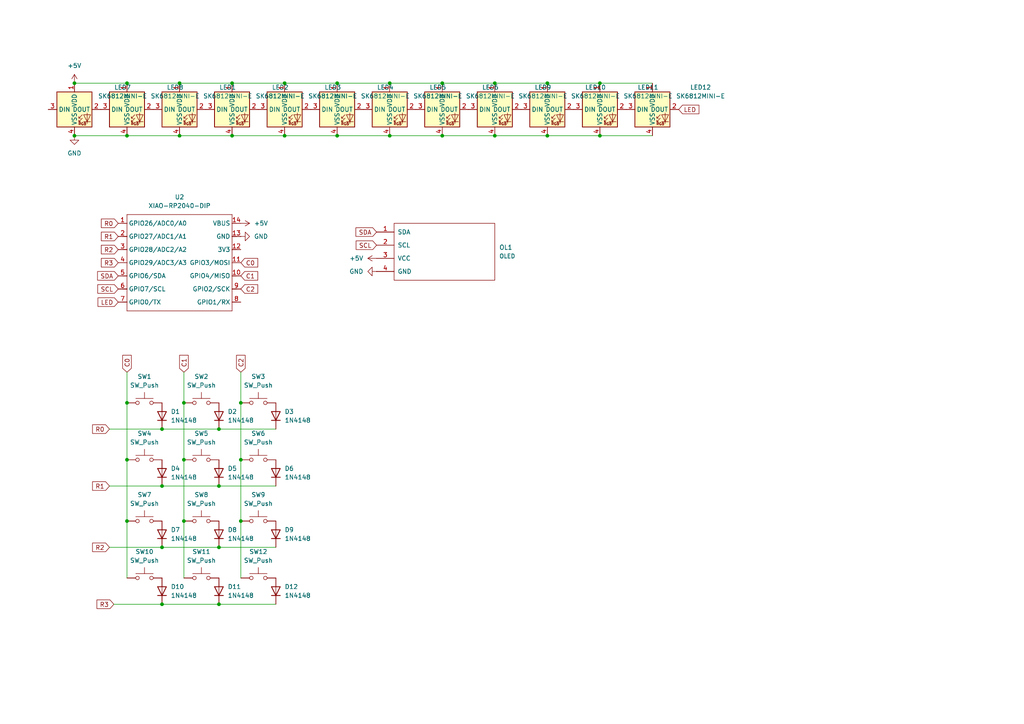
<source format=kicad_sch>
(kicad_sch
	(version 20250114)
	(generator "eeschema")
	(generator_version "9.0")
	(uuid "3b1aae3c-6c0a-4a4f-ad59-b141be9d3da7")
	(paper "A4")
	(lib_symbols
		(symbol "Diode:1N4148"
			(pin_numbers
				(hide yes)
			)
			(pin_names
				(hide yes)
			)
			(exclude_from_sim no)
			(in_bom yes)
			(on_board yes)
			(property "Reference" "D"
				(at 0 2.54 0)
				(effects
					(font
						(size 1.27 1.27)
					)
				)
			)
			(property "Value" "1N4148"
				(at 0 -2.54 0)
				(effects
					(font
						(size 1.27 1.27)
					)
				)
			)
			(property "Footprint" "Diode_THT:D_DO-35_SOD27_P7.62mm_Horizontal"
				(at 0 0 0)
				(effects
					(font
						(size 1.27 1.27)
					)
					(hide yes)
				)
			)
			(property "Datasheet" "https://assets.nexperia.com/documents/data-sheet/1N4148_1N4448.pdf"
				(at 0 0 0)
				(effects
					(font
						(size 1.27 1.27)
					)
					(hide yes)
				)
			)
			(property "Description" "100V 0.15A standard switching diode, DO-35"
				(at 0 0 0)
				(effects
					(font
						(size 1.27 1.27)
					)
					(hide yes)
				)
			)
			(property "Sim.Device" "D"
				(at 0 0 0)
				(effects
					(font
						(size 1.27 1.27)
					)
					(hide yes)
				)
			)
			(property "Sim.Pins" "1=K 2=A"
				(at 0 0 0)
				(effects
					(font
						(size 1.27 1.27)
					)
					(hide yes)
				)
			)
			(property "ki_keywords" "diode"
				(at 0 0 0)
				(effects
					(font
						(size 1.27 1.27)
					)
					(hide yes)
				)
			)
			(property "ki_fp_filters" "D*DO?35*"
				(at 0 0 0)
				(effects
					(font
						(size 1.27 1.27)
					)
					(hide yes)
				)
			)
			(symbol "1N4148_0_1"
				(polyline
					(pts
						(xy -1.27 1.27) (xy -1.27 -1.27)
					)
					(stroke
						(width 0.254)
						(type default)
					)
					(fill
						(type none)
					)
				)
				(polyline
					(pts
						(xy 1.27 1.27) (xy 1.27 -1.27) (xy -1.27 0) (xy 1.27 1.27)
					)
					(stroke
						(width 0.254)
						(type default)
					)
					(fill
						(type none)
					)
				)
				(polyline
					(pts
						(xy 1.27 0) (xy -1.27 0)
					)
					(stroke
						(width 0)
						(type default)
					)
					(fill
						(type none)
					)
				)
			)
			(symbol "1N4148_1_1"
				(pin passive line
					(at -3.81 0 0)
					(length 2.54)
					(name "K"
						(effects
							(font
								(size 1.27 1.27)
							)
						)
					)
					(number "1"
						(effects
							(font
								(size 1.27 1.27)
							)
						)
					)
				)
				(pin passive line
					(at 3.81 0 180)
					(length 2.54)
					(name "A"
						(effects
							(font
								(size 1.27 1.27)
							)
						)
					)
					(number "2"
						(effects
							(font
								(size 1.27 1.27)
							)
						)
					)
				)
			)
			(embedded_fonts no)
		)
		(symbol "PCM_marbastlib-various:SK6812MINI-E"
			(exclude_from_sim no)
			(in_bom yes)
			(on_board yes)
			(property "Reference" "LED"
				(at 2.54 6.35 0)
				(effects
					(font
						(size 1.27 1.27)
					)
				)
			)
			(property "Value" "SK6812MINI-E"
				(at 7.62 -6.35 0)
				(effects
					(font
						(size 1.27 1.27)
					)
				)
			)
			(property "Footprint" "PCM_marbastlib-various:LED_6028R"
				(at 0 0 0)
				(effects
					(font
						(size 1.27 1.27)
					)
					(hide yes)
				)
			)
			(property "Datasheet" ""
				(at 0 0 0)
				(effects
					(font
						(size 1.27 1.27)
					)
					(hide yes)
				)
			)
			(property "Description" "Reverse mount adressable LED (WS2812 protocol)"
				(at 0 0 0)
				(effects
					(font
						(size 1.27 1.27)
					)
					(hide yes)
				)
			)
			(property "ki_keywords" "reverse mount led revmount rgb"
				(at 0 0 0)
				(effects
					(font
						(size 1.27 1.27)
					)
					(hide yes)
				)
			)
			(symbol "SK6812MINI-E_0_0"
				(text "RGB"
					(at 2.286 -4.191 0)
					(effects
						(font
							(size 0.762 0.762)
						)
					)
				)
			)
			(symbol "SK6812MINI-E_0_1"
				(polyline
					(pts
						(xy 1.27 -2.54) (xy 1.778 -2.54)
					)
					(stroke
						(width 0)
						(type default)
					)
					(fill
						(type none)
					)
				)
				(polyline
					(pts
						(xy 1.27 -3.556) (xy 1.778 -3.556)
					)
					(stroke
						(width 0)
						(type default)
					)
					(fill
						(type none)
					)
				)
				(polyline
					(pts
						(xy 2.286 -1.524) (xy 1.27 -2.54) (xy 1.27 -2.032)
					)
					(stroke
						(width 0)
						(type default)
					)
					(fill
						(type none)
					)
				)
				(polyline
					(pts
						(xy 2.286 -2.54) (xy 1.27 -3.556) (xy 1.27 -3.048)
					)
					(stroke
						(width 0)
						(type default)
					)
					(fill
						(type none)
					)
				)
				(polyline
					(pts
						(xy 3.683 -1.016) (xy 3.683 -3.556) (xy 3.683 -4.064)
					)
					(stroke
						(width 0)
						(type default)
					)
					(fill
						(type none)
					)
				)
				(polyline
					(pts
						(xy 4.699 -1.524) (xy 2.667 -1.524) (xy 3.683 -3.556) (xy 4.699 -1.524)
					)
					(stroke
						(width 0)
						(type default)
					)
					(fill
						(type none)
					)
				)
				(polyline
					(pts
						(xy 4.699 -3.556) (xy 2.667 -3.556)
					)
					(stroke
						(width 0)
						(type default)
					)
					(fill
						(type none)
					)
				)
				(rectangle
					(start 5.08 5.08)
					(end -5.08 -5.08)
					(stroke
						(width 0.254)
						(type default)
					)
					(fill
						(type background)
					)
				)
			)
			(symbol "SK6812MINI-E_1_1"
				(pin input line
					(at -7.62 0 0)
					(length 2.54)
					(name "DIN"
						(effects
							(font
								(size 1.27 1.27)
							)
						)
					)
					(number "3"
						(effects
							(font
								(size 1.27 1.27)
							)
						)
					)
				)
				(pin power_in line
					(at 0 7.62 270)
					(length 2.54)
					(name "VDD"
						(effects
							(font
								(size 1.27 1.27)
							)
						)
					)
					(number "1"
						(effects
							(font
								(size 1.27 1.27)
							)
						)
					)
				)
				(pin power_in line
					(at 0 -7.62 90)
					(length 2.54)
					(name "VSS"
						(effects
							(font
								(size 1.27 1.27)
							)
						)
					)
					(number "4"
						(effects
							(font
								(size 1.27 1.27)
							)
						)
					)
				)
				(pin output line
					(at 7.62 0 180)
					(length 2.54)
					(name "DOUT"
						(effects
							(font
								(size 1.27 1.27)
							)
						)
					)
					(number "2"
						(effects
							(font
								(size 1.27 1.27)
							)
						)
					)
				)
			)
			(embedded_fonts no)
		)
		(symbol "Switch:SW_Push"
			(pin_numbers
				(hide yes)
			)
			(pin_names
				(offset 1.016)
				(hide yes)
			)
			(exclude_from_sim no)
			(in_bom yes)
			(on_board yes)
			(property "Reference" "SW"
				(at 1.27 2.54 0)
				(effects
					(font
						(size 1.27 1.27)
					)
					(justify left)
				)
			)
			(property "Value" "SW_Push"
				(at 0 -1.524 0)
				(effects
					(font
						(size 1.27 1.27)
					)
				)
			)
			(property "Footprint" ""
				(at 0 5.08 0)
				(effects
					(font
						(size 1.27 1.27)
					)
					(hide yes)
				)
			)
			(property "Datasheet" "~"
				(at 0 5.08 0)
				(effects
					(font
						(size 1.27 1.27)
					)
					(hide yes)
				)
			)
			(property "Description" "Push button switch, generic, two pins"
				(at 0 0 0)
				(effects
					(font
						(size 1.27 1.27)
					)
					(hide yes)
				)
			)
			(property "ki_keywords" "switch normally-open pushbutton push-button"
				(at 0 0 0)
				(effects
					(font
						(size 1.27 1.27)
					)
					(hide yes)
				)
			)
			(symbol "SW_Push_0_1"
				(circle
					(center -2.032 0)
					(radius 0.508)
					(stroke
						(width 0)
						(type default)
					)
					(fill
						(type none)
					)
				)
				(polyline
					(pts
						(xy 0 1.27) (xy 0 3.048)
					)
					(stroke
						(width 0)
						(type default)
					)
					(fill
						(type none)
					)
				)
				(circle
					(center 2.032 0)
					(radius 0.508)
					(stroke
						(width 0)
						(type default)
					)
					(fill
						(type none)
					)
				)
				(polyline
					(pts
						(xy 2.54 1.27) (xy -2.54 1.27)
					)
					(stroke
						(width 0)
						(type default)
					)
					(fill
						(type none)
					)
				)
				(pin passive line
					(at -5.08 0 0)
					(length 2.54)
					(name "1"
						(effects
							(font
								(size 1.27 1.27)
							)
						)
					)
					(number "1"
						(effects
							(font
								(size 1.27 1.27)
							)
						)
					)
				)
				(pin passive line
					(at 5.08 0 180)
					(length 2.54)
					(name "2"
						(effects
							(font
								(size 1.27 1.27)
							)
						)
					)
					(number "2"
						(effects
							(font
								(size 1.27 1.27)
							)
						)
					)
				)
			)
			(embedded_fonts no)
		)
		(symbol "power:+5V"
			(power)
			(pin_numbers
				(hide yes)
			)
			(pin_names
				(offset 0)
				(hide yes)
			)
			(exclude_from_sim no)
			(in_bom yes)
			(on_board yes)
			(property "Reference" "#PWR"
				(at 0 -3.81 0)
				(effects
					(font
						(size 1.27 1.27)
					)
					(hide yes)
				)
			)
			(property "Value" "+5V"
				(at 0 3.556 0)
				(effects
					(font
						(size 1.27 1.27)
					)
				)
			)
			(property "Footprint" ""
				(at 0 0 0)
				(effects
					(font
						(size 1.27 1.27)
					)
					(hide yes)
				)
			)
			(property "Datasheet" ""
				(at 0 0 0)
				(effects
					(font
						(size 1.27 1.27)
					)
					(hide yes)
				)
			)
			(property "Description" "Power symbol creates a global label with name \"+5V\""
				(at 0 0 0)
				(effects
					(font
						(size 1.27 1.27)
					)
					(hide yes)
				)
			)
			(property "ki_keywords" "global power"
				(at 0 0 0)
				(effects
					(font
						(size 1.27 1.27)
					)
					(hide yes)
				)
			)
			(symbol "+5V_0_1"
				(polyline
					(pts
						(xy -0.762 1.27) (xy 0 2.54)
					)
					(stroke
						(width 0)
						(type default)
					)
					(fill
						(type none)
					)
				)
				(polyline
					(pts
						(xy 0 2.54) (xy 0.762 1.27)
					)
					(stroke
						(width 0)
						(type default)
					)
					(fill
						(type none)
					)
				)
				(polyline
					(pts
						(xy 0 0) (xy 0 2.54)
					)
					(stroke
						(width 0)
						(type default)
					)
					(fill
						(type none)
					)
				)
			)
			(symbol "+5V_1_1"
				(pin power_in line
					(at 0 0 90)
					(length 0)
					(name "~"
						(effects
							(font
								(size 1.27 1.27)
							)
						)
					)
					(number "1"
						(effects
							(font
								(size 1.27 1.27)
							)
						)
					)
				)
			)
			(embedded_fonts no)
		)
		(symbol "power:GND"
			(power)
			(pin_numbers
				(hide yes)
			)
			(pin_names
				(offset 0)
				(hide yes)
			)
			(exclude_from_sim no)
			(in_bom yes)
			(on_board yes)
			(property "Reference" "#PWR"
				(at 0 -6.35 0)
				(effects
					(font
						(size 1.27 1.27)
					)
					(hide yes)
				)
			)
			(property "Value" "GND"
				(at 0 -3.81 0)
				(effects
					(font
						(size 1.27 1.27)
					)
				)
			)
			(property "Footprint" ""
				(at 0 0 0)
				(effects
					(font
						(size 1.27 1.27)
					)
					(hide yes)
				)
			)
			(property "Datasheet" ""
				(at 0 0 0)
				(effects
					(font
						(size 1.27 1.27)
					)
					(hide yes)
				)
			)
			(property "Description" "Power symbol creates a global label with name \"GND\" , ground"
				(at 0 0 0)
				(effects
					(font
						(size 1.27 1.27)
					)
					(hide yes)
				)
			)
			(property "ki_keywords" "global power"
				(at 0 0 0)
				(effects
					(font
						(size 1.27 1.27)
					)
					(hide yes)
				)
			)
			(symbol "GND_0_1"
				(polyline
					(pts
						(xy 0 0) (xy 0 -1.27) (xy 1.27 -1.27) (xy 0 -2.54) (xy -1.27 -1.27) (xy 0 -1.27)
					)
					(stroke
						(width 0)
						(type default)
					)
					(fill
						(type none)
					)
				)
			)
			(symbol "GND_1_1"
				(pin power_in line
					(at 0 0 270)
					(length 0)
					(name "~"
						(effects
							(font
								(size 1.27 1.27)
							)
						)
					)
					(number "1"
						(effects
							(font
								(size 1.27 1.27)
							)
						)
					)
				)
			)
			(embedded_fonts no)
		)
		(symbol "qa:OLED"
			(pin_names
				(offset 1.016)
			)
			(exclude_from_sim no)
			(in_bom yes)
			(on_board yes)
			(property "Reference" "OL"
				(at 0 2.54 0)
				(effects
					(font
						(size 1.2954 1.2954)
					)
				)
			)
			(property "Value" "OLED"
				(at 0 -1.27 0)
				(effects
					(font
						(size 1.1938 1.1938)
					)
				)
			)
			(property "Footprint" ""
				(at 0 2.54 0)
				(effects
					(font
						(size 1.524 1.524)
					)
					(hide yes)
				)
			)
			(property "Datasheet" ""
				(at 0 2.54 0)
				(effects
					(font
						(size 1.524 1.524)
					)
					(hide yes)
				)
			)
			(property "Description" ""
				(at 0 0 0)
				(effects
					(font
						(size 1.27 1.27)
					)
					(hide yes)
				)
			)
			(symbol "OLED_0_1"
				(rectangle
					(start -13.97 8.89)
					(end 15.24 -7.62)
					(stroke
						(width 0)
						(type solid)
					)
					(fill
						(type none)
					)
				)
			)
			(symbol "OLED_1_1"
				(pin bidirectional line
					(at -19.05 6.35 0)
					(length 5.08)
					(name "SDA"
						(effects
							(font
								(size 1.27 1.27)
							)
						)
					)
					(number "1"
						(effects
							(font
								(size 1.27 1.27)
							)
						)
					)
				)
				(pin bidirectional line
					(at -19.05 2.54 0)
					(length 5.08)
					(name "SCL"
						(effects
							(font
								(size 1.27 1.27)
							)
						)
					)
					(number "2"
						(effects
							(font
								(size 1.27 1.27)
							)
						)
					)
				)
				(pin power_in line
					(at -19.05 -1.27 0)
					(length 5.08)
					(name "VCC"
						(effects
							(font
								(size 1.27 1.27)
							)
						)
					)
					(number "3"
						(effects
							(font
								(size 1.27 1.27)
							)
						)
					)
				)
				(pin power_in line
					(at -19.05 -5.08 0)
					(length 5.08)
					(name "GND"
						(effects
							(font
								(size 1.27 1.27)
							)
						)
					)
					(number "4"
						(effects
							(font
								(size 1.27 1.27)
							)
						)
					)
				)
			)
			(embedded_fonts no)
		)
		(symbol "rp2040 xiao:XIAO-RP2040-DIP"
			(exclude_from_sim no)
			(in_bom yes)
			(on_board yes)
			(property "Reference" "U"
				(at 0 0 0)
				(effects
					(font
						(size 1.27 1.27)
					)
				)
			)
			(property "Value" "XIAO-RP2040-DIP"
				(at 5.334 -1.778 0)
				(effects
					(font
						(size 1.27 1.27)
					)
				)
			)
			(property "Footprint" "Module:MOUDLE14P-XIAO-DIP-SMD"
				(at 14.478 -32.258 0)
				(effects
					(font
						(size 1.27 1.27)
					)
					(hide yes)
				)
			)
			(property "Datasheet" ""
				(at 0 0 0)
				(effects
					(font
						(size 1.27 1.27)
					)
					(hide yes)
				)
			)
			(property "Description" ""
				(at 0 0 0)
				(effects
					(font
						(size 1.27 1.27)
					)
					(hide yes)
				)
			)
			(symbol "XIAO-RP2040-DIP_1_0"
				(polyline
					(pts
						(xy -1.27 -2.54) (xy 29.21 -2.54)
					)
					(stroke
						(width 0.1524)
						(type solid)
					)
					(fill
						(type none)
					)
				)
				(polyline
					(pts
						(xy -1.27 -5.08) (xy -2.54 -5.08)
					)
					(stroke
						(width 0.1524)
						(type solid)
					)
					(fill
						(type none)
					)
				)
				(polyline
					(pts
						(xy -1.27 -5.08) (xy -1.27 -2.54)
					)
					(stroke
						(width 0.1524)
						(type solid)
					)
					(fill
						(type none)
					)
				)
				(polyline
					(pts
						(xy -1.27 -8.89) (xy -2.54 -8.89)
					)
					(stroke
						(width 0.1524)
						(type solid)
					)
					(fill
						(type none)
					)
				)
				(polyline
					(pts
						(xy -1.27 -8.89) (xy -1.27 -5.08)
					)
					(stroke
						(width 0.1524)
						(type solid)
					)
					(fill
						(type none)
					)
				)
				(polyline
					(pts
						(xy -1.27 -12.7) (xy -2.54 -12.7)
					)
					(stroke
						(width 0.1524)
						(type solid)
					)
					(fill
						(type none)
					)
				)
				(polyline
					(pts
						(xy -1.27 -12.7) (xy -1.27 -8.89)
					)
					(stroke
						(width 0.1524)
						(type solid)
					)
					(fill
						(type none)
					)
				)
				(polyline
					(pts
						(xy -1.27 -16.51) (xy -2.54 -16.51)
					)
					(stroke
						(width 0.1524)
						(type solid)
					)
					(fill
						(type none)
					)
				)
				(polyline
					(pts
						(xy -1.27 -16.51) (xy -1.27 -12.7)
					)
					(stroke
						(width 0.1524)
						(type solid)
					)
					(fill
						(type none)
					)
				)
				(polyline
					(pts
						(xy -1.27 -20.32) (xy -2.54 -20.32)
					)
					(stroke
						(width 0.1524)
						(type solid)
					)
					(fill
						(type none)
					)
				)
				(polyline
					(pts
						(xy -1.27 -24.13) (xy -2.54 -24.13)
					)
					(stroke
						(width 0.1524)
						(type solid)
					)
					(fill
						(type none)
					)
				)
				(polyline
					(pts
						(xy -1.27 -27.94) (xy -2.54 -27.94)
					)
					(stroke
						(width 0.1524)
						(type solid)
					)
					(fill
						(type none)
					)
				)
				(polyline
					(pts
						(xy -1.27 -30.48) (xy -1.27 -16.51)
					)
					(stroke
						(width 0.1524)
						(type solid)
					)
					(fill
						(type none)
					)
				)
				(polyline
					(pts
						(xy 29.21 -2.54) (xy 29.21 -5.08)
					)
					(stroke
						(width 0.1524)
						(type solid)
					)
					(fill
						(type none)
					)
				)
				(polyline
					(pts
						(xy 29.21 -5.08) (xy 29.21 -8.89)
					)
					(stroke
						(width 0.1524)
						(type solid)
					)
					(fill
						(type none)
					)
				)
				(polyline
					(pts
						(xy 29.21 -8.89) (xy 29.21 -12.7)
					)
					(stroke
						(width 0.1524)
						(type solid)
					)
					(fill
						(type none)
					)
				)
				(polyline
					(pts
						(xy 29.21 -12.7) (xy 29.21 -30.48)
					)
					(stroke
						(width 0.1524)
						(type solid)
					)
					(fill
						(type none)
					)
				)
				(polyline
					(pts
						(xy 29.21 -30.48) (xy -1.27 -30.48)
					)
					(stroke
						(width 0.1524)
						(type solid)
					)
					(fill
						(type none)
					)
				)
				(polyline
					(pts
						(xy 30.48 -5.08) (xy 29.21 -5.08)
					)
					(stroke
						(width 0.1524)
						(type solid)
					)
					(fill
						(type none)
					)
				)
				(polyline
					(pts
						(xy 30.48 -8.89) (xy 29.21 -8.89)
					)
					(stroke
						(width 0.1524)
						(type solid)
					)
					(fill
						(type none)
					)
				)
				(polyline
					(pts
						(xy 30.48 -12.7) (xy 29.21 -12.7)
					)
					(stroke
						(width 0.1524)
						(type solid)
					)
					(fill
						(type none)
					)
				)
				(polyline
					(pts
						(xy 30.48 -16.51) (xy 29.21 -16.51)
					)
					(stroke
						(width 0.1524)
						(type solid)
					)
					(fill
						(type none)
					)
				)
				(polyline
					(pts
						(xy 30.48 -20.32) (xy 29.21 -20.32)
					)
					(stroke
						(width 0.1524)
						(type solid)
					)
					(fill
						(type none)
					)
				)
				(polyline
					(pts
						(xy 30.48 -24.13) (xy 29.21 -24.13)
					)
					(stroke
						(width 0.1524)
						(type solid)
					)
					(fill
						(type none)
					)
				)
				(polyline
					(pts
						(xy 30.48 -27.94) (xy 29.21 -27.94)
					)
					(stroke
						(width 0.1524)
						(type solid)
					)
					(fill
						(type none)
					)
				)
				(pin passive line
					(at -3.81 -5.08 0)
					(length 2.54)
					(name "GPIO26/ADC0/A0"
						(effects
							(font
								(size 1.27 1.27)
							)
						)
					)
					(number "1"
						(effects
							(font
								(size 1.27 1.27)
							)
						)
					)
				)
				(pin passive line
					(at -3.81 -8.89 0)
					(length 2.54)
					(name "GPIO27/ADC1/A1"
						(effects
							(font
								(size 1.27 1.27)
							)
						)
					)
					(number "2"
						(effects
							(font
								(size 1.27 1.27)
							)
						)
					)
				)
				(pin passive line
					(at -3.81 -12.7 0)
					(length 2.54)
					(name "GPIO28/ADC2/A2"
						(effects
							(font
								(size 1.27 1.27)
							)
						)
					)
					(number "3"
						(effects
							(font
								(size 1.27 1.27)
							)
						)
					)
				)
				(pin passive line
					(at -3.81 -16.51 0)
					(length 2.54)
					(name "GPIO29/ADC3/A3"
						(effects
							(font
								(size 1.27 1.27)
							)
						)
					)
					(number "4"
						(effects
							(font
								(size 1.27 1.27)
							)
						)
					)
				)
				(pin passive line
					(at -3.81 -20.32 0)
					(length 2.54)
					(name "GPIO6/SDA"
						(effects
							(font
								(size 1.27 1.27)
							)
						)
					)
					(number "5"
						(effects
							(font
								(size 1.27 1.27)
							)
						)
					)
				)
				(pin passive line
					(at -3.81 -24.13 0)
					(length 2.54)
					(name "GPIO7/SCL"
						(effects
							(font
								(size 1.27 1.27)
							)
						)
					)
					(number "6"
						(effects
							(font
								(size 1.27 1.27)
							)
						)
					)
				)
				(pin passive line
					(at -3.81 -27.94 0)
					(length 2.54)
					(name "GPIO0/TX"
						(effects
							(font
								(size 1.27 1.27)
							)
						)
					)
					(number "7"
						(effects
							(font
								(size 1.27 1.27)
							)
						)
					)
				)
				(pin passive line
					(at 31.75 -5.08 180)
					(length 2.54)
					(name "VBUS"
						(effects
							(font
								(size 1.27 1.27)
							)
						)
					)
					(number "14"
						(effects
							(font
								(size 1.27 1.27)
							)
						)
					)
				)
				(pin passive line
					(at 31.75 -8.89 180)
					(length 2.54)
					(name "GND"
						(effects
							(font
								(size 1.27 1.27)
							)
						)
					)
					(number "13"
						(effects
							(font
								(size 1.27 1.27)
							)
						)
					)
				)
				(pin passive line
					(at 31.75 -12.7 180)
					(length 2.54)
					(name "3V3"
						(effects
							(font
								(size 1.27 1.27)
							)
						)
					)
					(number "12"
						(effects
							(font
								(size 1.27 1.27)
							)
						)
					)
				)
				(pin passive line
					(at 31.75 -16.51 180)
					(length 2.54)
					(name "GPIO3/MOSI"
						(effects
							(font
								(size 1.27 1.27)
							)
						)
					)
					(number "11"
						(effects
							(font
								(size 1.27 1.27)
							)
						)
					)
				)
				(pin passive line
					(at 31.75 -20.32 180)
					(length 2.54)
					(name "GPIO4/MISO"
						(effects
							(font
								(size 1.27 1.27)
							)
						)
					)
					(number "10"
						(effects
							(font
								(size 1.27 1.27)
							)
						)
					)
				)
				(pin passive line
					(at 31.75 -24.13 180)
					(length 2.54)
					(name "GPIO2/SCK"
						(effects
							(font
								(size 1.27 1.27)
							)
						)
					)
					(number "9"
						(effects
							(font
								(size 1.27 1.27)
							)
						)
					)
				)
				(pin passive line
					(at 31.75 -27.94 180)
					(length 2.54)
					(name "GPIO1/RX"
						(effects
							(font
								(size 1.27 1.27)
							)
						)
					)
					(number "8"
						(effects
							(font
								(size 1.27 1.27)
							)
						)
					)
				)
			)
			(embedded_fonts no)
		)
	)
	(junction
		(at 46.99 140.97)
		(diameter 0)
		(color 0 0 0 0)
		(uuid "070d9d0a-e1c7-44ef-923c-2a6eff153125")
	)
	(junction
		(at 63.5 158.75)
		(diameter 0)
		(color 0 0 0 0)
		(uuid "0cfecda6-9804-4d48-ade1-74d845d43f9c")
	)
	(junction
		(at 36.83 133.35)
		(diameter 0)
		(color 0 0 0 0)
		(uuid "0eff5682-e50d-44c8-9fb1-fb19c7e14103")
	)
	(junction
		(at 97.79 24.13)
		(diameter 0)
		(color 0 0 0 0)
		(uuid "2299fe65-58b6-4837-9ceb-90d42989adfe")
	)
	(junction
		(at 69.85 151.13)
		(diameter 0)
		(color 0 0 0 0)
		(uuid "236bfb5b-f83e-478d-a613-ae2f072c5d04")
	)
	(junction
		(at 36.83 116.84)
		(diameter 0)
		(color 0 0 0 0)
		(uuid "262c897c-d536-4762-a38b-59bd31093473")
	)
	(junction
		(at 63.5 140.97)
		(diameter 0)
		(color 0 0 0 0)
		(uuid "2bb62244-ea57-4481-9db2-9484820b7a2b")
	)
	(junction
		(at 173.99 39.37)
		(diameter 0)
		(color 0 0 0 0)
		(uuid "2bfc7407-6f75-423f-aae7-c09f5561d803")
	)
	(junction
		(at 53.34 133.35)
		(diameter 0)
		(color 0 0 0 0)
		(uuid "3e57f110-1730-49e4-b6f6-9fa786e530b7")
	)
	(junction
		(at 113.03 24.13)
		(diameter 0)
		(color 0 0 0 0)
		(uuid "4602e3cc-035c-4f97-a4bb-8a794a89744e")
	)
	(junction
		(at 36.83 39.37)
		(diameter 0)
		(color 0 0 0 0)
		(uuid "525dbbe3-18b1-427a-9fa0-53fd5e85132b")
	)
	(junction
		(at 67.31 39.37)
		(diameter 0)
		(color 0 0 0 0)
		(uuid "531c8797-4e01-417d-b8ca-3dda23af0d36")
	)
	(junction
		(at 46.99 175.26)
		(diameter 0)
		(color 0 0 0 0)
		(uuid "647e2b6f-c5bb-42c6-87da-b4e78c336824")
	)
	(junction
		(at 53.34 116.84)
		(diameter 0)
		(color 0 0 0 0)
		(uuid "719582af-4e39-4a51-a55b-634a6104016b")
	)
	(junction
		(at 158.75 24.13)
		(diameter 0)
		(color 0 0 0 0)
		(uuid "78de2204-02cd-48e2-b284-ad247ac636ac")
	)
	(junction
		(at 113.03 39.37)
		(diameter 0)
		(color 0 0 0 0)
		(uuid "7ea1dfc8-7bc9-4ca1-9a5e-1128be08bb95")
	)
	(junction
		(at 143.51 39.37)
		(diameter 0)
		(color 0 0 0 0)
		(uuid "96a65fb1-8eed-45a9-ab34-9ddebee784b5")
	)
	(junction
		(at 128.27 39.37)
		(diameter 0)
		(color 0 0 0 0)
		(uuid "9f31f761-eed4-42e3-ad55-caa6151beecd")
	)
	(junction
		(at 82.55 24.13)
		(diameter 0)
		(color 0 0 0 0)
		(uuid "a1452d9c-af2f-4207-b76e-70fa4e28bb6b")
	)
	(junction
		(at 69.85 133.35)
		(diameter 0)
		(color 0 0 0 0)
		(uuid "a199f7c6-2231-42e7-a54e-7cb77a5fd18c")
	)
	(junction
		(at 36.83 151.13)
		(diameter 0)
		(color 0 0 0 0)
		(uuid "a3c1813d-c687-4b05-8936-c88928330a5a")
	)
	(junction
		(at 46.99 158.75)
		(diameter 0)
		(color 0 0 0 0)
		(uuid "a72ce0cd-f747-4147-9fbd-ab80954c15aa")
	)
	(junction
		(at 82.55 39.37)
		(diameter 0)
		(color 0 0 0 0)
		(uuid "b3514492-b752-4a79-876c-51352b46cf3b")
	)
	(junction
		(at 36.83 24.13)
		(diameter 0)
		(color 0 0 0 0)
		(uuid "b704245f-a1b3-4889-837b-9179a564fc13")
	)
	(junction
		(at 143.51 24.13)
		(diameter 0)
		(color 0 0 0 0)
		(uuid "b828c89a-c93f-40d1-8fbc-67c5538ba721")
	)
	(junction
		(at 67.31 24.13)
		(diameter 0)
		(color 0 0 0 0)
		(uuid "c27c1181-0a1e-4b85-b49c-35c0c40c9245")
	)
	(junction
		(at 63.5 175.26)
		(diameter 0)
		(color 0 0 0 0)
		(uuid "c44a4e41-5903-411b-aea8-5c62b2c23744")
	)
	(junction
		(at 21.59 39.37)
		(diameter 0)
		(color 0 0 0 0)
		(uuid "cbb3964e-4304-4ba4-9d94-8b6249dae277")
	)
	(junction
		(at 53.34 151.13)
		(diameter 0)
		(color 0 0 0 0)
		(uuid "ce8ecedd-f9f0-4282-a1ac-aeda99b28de3")
	)
	(junction
		(at 97.79 39.37)
		(diameter 0)
		(color 0 0 0 0)
		(uuid "d510bf2f-563e-455c-bd84-cb8e8783dd90")
	)
	(junction
		(at 128.27 24.13)
		(diameter 0)
		(color 0 0 0 0)
		(uuid "ddb180ab-f5cd-46b4-b1ea-44f522d21657")
	)
	(junction
		(at 21.59 24.13)
		(diameter 0)
		(color 0 0 0 0)
		(uuid "e2a9aac4-5fd2-4eb9-ac3d-5c96ab5d0815")
	)
	(junction
		(at 173.99 24.13)
		(diameter 0)
		(color 0 0 0 0)
		(uuid "e449a9e1-f546-4342-9855-ab80a417a17a")
	)
	(junction
		(at 69.85 116.84)
		(diameter 0)
		(color 0 0 0 0)
		(uuid "ec9f7d37-bbf0-4102-b54f-e5266b261fde")
	)
	(junction
		(at 52.07 39.37)
		(diameter 0)
		(color 0 0 0 0)
		(uuid "ed294e31-966a-4383-9462-4d9e31494038")
	)
	(junction
		(at 46.99 124.46)
		(diameter 0)
		(color 0 0 0 0)
		(uuid "f0ce6e96-75fe-40e5-a09a-80937f1639b0")
	)
	(junction
		(at 63.5 124.46)
		(diameter 0)
		(color 0 0 0 0)
		(uuid "f0ec1dc4-9408-42cf-9a4c-cddadfce02f9")
	)
	(junction
		(at 52.07 24.13)
		(diameter 0)
		(color 0 0 0 0)
		(uuid "f4dfb437-5ec7-4a56-9983-6ac766fe9404")
	)
	(junction
		(at 158.75 39.37)
		(diameter 0)
		(color 0 0 0 0)
		(uuid "fae3ad63-61cb-480b-9c20-170c2fc6dd74")
	)
	(wire
		(pts
			(xy 113.03 24.13) (xy 128.27 24.13)
		)
		(stroke
			(width 0)
			(type default)
		)
		(uuid "01999c99-0445-456c-be32-82318bfc148b")
	)
	(wire
		(pts
			(xy 63.5 158.75) (xy 80.01 158.75)
		)
		(stroke
			(width 0)
			(type default)
		)
		(uuid "02f747ff-4392-4f71-a558-97eb68125840")
	)
	(wire
		(pts
			(xy 36.83 107.95) (xy 36.83 116.84)
		)
		(stroke
			(width 0)
			(type default)
		)
		(uuid "070bd4aa-28c1-4be3-a39e-cb08d19de1ba")
	)
	(wire
		(pts
			(xy 21.59 39.37) (xy 36.83 39.37)
		)
		(stroke
			(width 0)
			(type default)
		)
		(uuid "081a6c1f-6ec0-4c1e-829b-af4dd32ed5c1")
	)
	(wire
		(pts
			(xy 69.85 116.84) (xy 69.85 133.35)
		)
		(stroke
			(width 0)
			(type default)
		)
		(uuid "0a6327ea-7629-4936-9feb-795e7012aa75")
	)
	(wire
		(pts
			(xy 36.83 39.37) (xy 52.07 39.37)
		)
		(stroke
			(width 0)
			(type default)
		)
		(uuid "0c110e11-3622-4d66-a159-90a06667955f")
	)
	(wire
		(pts
			(xy 82.55 39.37) (xy 97.79 39.37)
		)
		(stroke
			(width 0)
			(type default)
		)
		(uuid "0e169046-eaa6-4a38-8673-dce871894d16")
	)
	(wire
		(pts
			(xy 128.27 24.13) (xy 143.51 24.13)
		)
		(stroke
			(width 0)
			(type default)
		)
		(uuid "118a5d56-08f8-4e04-bbc5-1aad89210b20")
	)
	(wire
		(pts
			(xy 52.07 24.13) (xy 67.31 24.13)
		)
		(stroke
			(width 0)
			(type default)
		)
		(uuid "1d04995e-0eb3-4452-9b7c-e15dae2df5b0")
	)
	(wire
		(pts
			(xy 36.83 24.13) (xy 52.07 24.13)
		)
		(stroke
			(width 0)
			(type default)
		)
		(uuid "28eced58-a843-470e-b52a-4ad1d797ab22")
	)
	(wire
		(pts
			(xy 173.99 24.13) (xy 189.23 24.13)
		)
		(stroke
			(width 0)
			(type default)
		)
		(uuid "2e324482-a138-4046-b3be-17ed24c5fa81")
	)
	(wire
		(pts
			(xy 46.99 140.97) (xy 63.5 140.97)
		)
		(stroke
			(width 0)
			(type default)
		)
		(uuid "3081eb75-a96e-4876-96a4-27c7f2b779f0")
	)
	(wire
		(pts
			(xy 46.99 158.75) (xy 63.5 158.75)
		)
		(stroke
			(width 0)
			(type default)
		)
		(uuid "36e395db-c301-49fd-84e0-1a928069ed87")
	)
	(wire
		(pts
			(xy 36.83 116.84) (xy 36.83 133.35)
		)
		(stroke
			(width 0)
			(type default)
		)
		(uuid "3aa03403-e508-4325-8459-fd9ea8807116")
	)
	(wire
		(pts
			(xy 46.99 175.26) (xy 63.5 175.26)
		)
		(stroke
			(width 0)
			(type default)
		)
		(uuid "431a902a-43d5-4c8e-b693-c0bcd6010058")
	)
	(wire
		(pts
			(xy 53.34 151.13) (xy 53.34 167.64)
		)
		(stroke
			(width 0)
			(type default)
		)
		(uuid "5d73a838-02c8-4d83-8ef0-f762e6735635")
	)
	(wire
		(pts
			(xy 82.55 24.13) (xy 97.79 24.13)
		)
		(stroke
			(width 0)
			(type default)
		)
		(uuid "61ed1665-e0b6-48af-8555-e9a1878c85f1")
	)
	(wire
		(pts
			(xy 69.85 133.35) (xy 69.85 151.13)
		)
		(stroke
			(width 0)
			(type default)
		)
		(uuid "66e20f1f-ef03-4485-ba1f-3334b60534bf")
	)
	(wire
		(pts
			(xy 53.34 133.35) (xy 53.34 151.13)
		)
		(stroke
			(width 0)
			(type default)
		)
		(uuid "67bae116-e1a6-437f-b788-96d81efb03f1")
	)
	(wire
		(pts
			(xy 53.34 116.84) (xy 53.34 133.35)
		)
		(stroke
			(width 0)
			(type default)
		)
		(uuid "6e1b2668-ee1d-4b86-9ec2-7ac7455c8db2")
	)
	(wire
		(pts
			(xy 52.07 39.37) (xy 67.31 39.37)
		)
		(stroke
			(width 0)
			(type default)
		)
		(uuid "77d83192-f50d-4692-8021-6349ed2aafa4")
	)
	(wire
		(pts
			(xy 143.51 39.37) (xy 158.75 39.37)
		)
		(stroke
			(width 0)
			(type default)
		)
		(uuid "7e9e8e0c-5680-49d4-bfb0-7a2bcfdcc044")
	)
	(wire
		(pts
			(xy 173.99 39.37) (xy 189.23 39.37)
		)
		(stroke
			(width 0)
			(type default)
		)
		(uuid "7f1273a2-4ba8-4456-ae19-0da176223ec0")
	)
	(wire
		(pts
			(xy 46.99 124.46) (xy 63.5 124.46)
		)
		(stroke
			(width 0)
			(type default)
		)
		(uuid "7f169669-acb5-4739-b23a-35e91a03890e")
	)
	(wire
		(pts
			(xy 97.79 24.13) (xy 113.03 24.13)
		)
		(stroke
			(width 0)
			(type default)
		)
		(uuid "820f6e01-dec2-4131-8a71-edabab241403")
	)
	(wire
		(pts
			(xy 69.85 107.95) (xy 69.85 116.84)
		)
		(stroke
			(width 0)
			(type default)
		)
		(uuid "84270a6a-b030-4556-aeb5-a70498f5ed0f")
	)
	(wire
		(pts
			(xy 31.75 124.46) (xy 46.99 124.46)
		)
		(stroke
			(width 0)
			(type default)
		)
		(uuid "85c98e9a-3526-4843-bb64-5c6a3c9a24e4")
	)
	(wire
		(pts
			(xy 63.5 140.97) (xy 80.01 140.97)
		)
		(stroke
			(width 0)
			(type default)
		)
		(uuid "8a225b9e-e7db-437e-a3a7-89370f121e02")
	)
	(wire
		(pts
			(xy 143.51 24.13) (xy 158.75 24.13)
		)
		(stroke
			(width 0)
			(type default)
		)
		(uuid "8b0050c8-075e-43bf-a28d-485b9896bc5a")
	)
	(wire
		(pts
			(xy 67.31 39.37) (xy 82.55 39.37)
		)
		(stroke
			(width 0)
			(type default)
		)
		(uuid "8d767edb-a0ed-4fd1-9d65-f7e1cc71e2a5")
	)
	(wire
		(pts
			(xy 158.75 24.13) (xy 173.99 24.13)
		)
		(stroke
			(width 0)
			(type default)
		)
		(uuid "912b72dd-e8ff-4942-9c61-82b4140c7178")
	)
	(wire
		(pts
			(xy 36.83 151.13) (xy 36.83 167.64)
		)
		(stroke
			(width 0)
			(type default)
		)
		(uuid "92a6f92b-35fb-4bad-985f-301156b55eff")
	)
	(wire
		(pts
			(xy 97.79 39.37) (xy 113.03 39.37)
		)
		(stroke
			(width 0)
			(type default)
		)
		(uuid "96f94ca0-e406-454e-89bf-a62538456ca9")
	)
	(wire
		(pts
			(xy 31.75 158.75) (xy 46.99 158.75)
		)
		(stroke
			(width 0)
			(type default)
		)
		(uuid "9f710db2-005b-4025-a8e5-8f447a398222")
	)
	(wire
		(pts
			(xy 128.27 39.37) (xy 143.51 39.37)
		)
		(stroke
			(width 0)
			(type default)
		)
		(uuid "a5315a1a-5daf-495f-a466-84914c357e13")
	)
	(wire
		(pts
			(xy 69.85 151.13) (xy 69.85 167.64)
		)
		(stroke
			(width 0)
			(type default)
		)
		(uuid "a6ccdb9f-5403-4556-a237-37d0503b09ba")
	)
	(wire
		(pts
			(xy 63.5 175.26) (xy 80.01 175.26)
		)
		(stroke
			(width 0)
			(type default)
		)
		(uuid "aa5ae0ea-57c2-46b3-9e6d-d4c4f00990f1")
	)
	(wire
		(pts
			(xy 36.83 133.35) (xy 36.83 151.13)
		)
		(stroke
			(width 0)
			(type default)
		)
		(uuid "ac18e007-d5f9-4e82-9b18-7f225afebeaf")
	)
	(wire
		(pts
			(xy 53.34 107.95) (xy 53.34 116.84)
		)
		(stroke
			(width 0)
			(type default)
		)
		(uuid "b19751b6-6dee-4304-9bcc-2df76d268a40")
	)
	(wire
		(pts
			(xy 158.75 39.37) (xy 173.99 39.37)
		)
		(stroke
			(width 0)
			(type default)
		)
		(uuid "b9b77bd5-678d-43a2-aa04-d3580adebd65")
	)
	(wire
		(pts
			(xy 33.02 175.26) (xy 46.99 175.26)
		)
		(stroke
			(width 0)
			(type default)
		)
		(uuid "c8266c99-f812-4b99-96b6-3f7f43be83ba")
	)
	(wire
		(pts
			(xy 63.5 124.46) (xy 80.01 124.46)
		)
		(stroke
			(width 0)
			(type default)
		)
		(uuid "d213f17f-0891-4198-ace9-08a2b24075ee")
	)
	(wire
		(pts
			(xy 67.31 24.13) (xy 82.55 24.13)
		)
		(stroke
			(width 0)
			(type default)
		)
		(uuid "d959a91d-39f5-40ed-ba9d-1f9d91007fe3")
	)
	(wire
		(pts
			(xy 21.59 24.13) (xy 36.83 24.13)
		)
		(stroke
			(width 0)
			(type default)
		)
		(uuid "e7afa12e-07f0-436b-baaf-b8bc5fae29e1")
	)
	(wire
		(pts
			(xy 31.75 140.97) (xy 46.99 140.97)
		)
		(stroke
			(width 0)
			(type default)
		)
		(uuid "ed004548-688e-486c-8b46-f36c4995821e")
	)
	(wire
		(pts
			(xy 113.03 39.37) (xy 128.27 39.37)
		)
		(stroke
			(width 0)
			(type default)
		)
		(uuid "ee28566e-8ccd-4f9a-8769-dad2a51738a1")
	)
	(global_label "C0"
		(shape input)
		(at 36.83 107.95 90)
		(fields_autoplaced yes)
		(effects
			(font
				(size 1.27 1.27)
			)
			(justify left)
		)
		(uuid "0a18550c-96ed-4382-9d53-30dc8bb4de88")
		(property "Intersheetrefs" "${INTERSHEET_REFS}"
			(at 36.83 102.4853 90)
			(effects
				(font
					(size 1.27 1.27)
				)
				(justify left)
				(hide yes)
			)
		)
	)
	(global_label "SCL"
		(shape input)
		(at 34.29 83.82 180)
		(fields_autoplaced yes)
		(effects
			(font
				(size 1.27 1.27)
			)
			(justify right)
		)
		(uuid "250a7117-e226-444d-bbab-7adbb788a542")
		(property "Intersheetrefs" "${INTERSHEET_REFS}"
			(at 27.7972 83.82 0)
			(effects
				(font
					(size 1.27 1.27)
				)
				(justify right)
				(hide yes)
			)
		)
	)
	(global_label "R3"
		(shape input)
		(at 33.02 175.26 180)
		(fields_autoplaced yes)
		(effects
			(font
				(size 1.27 1.27)
			)
			(justify right)
		)
		(uuid "28c55e58-fe4c-414b-ba45-53106869374f")
		(property "Intersheetrefs" "${INTERSHEET_REFS}"
			(at 27.5553 175.26 0)
			(effects
				(font
					(size 1.27 1.27)
				)
				(justify right)
				(hide yes)
			)
		)
	)
	(global_label "R2"
		(shape input)
		(at 34.29 72.39 180)
		(fields_autoplaced yes)
		(effects
			(font
				(size 1.27 1.27)
			)
			(justify right)
		)
		(uuid "389209e0-fa0a-488f-8e0b-f1fe60c2b4b6")
		(property "Intersheetrefs" "${INTERSHEET_REFS}"
			(at 28.8253 72.39 0)
			(effects
				(font
					(size 1.27 1.27)
				)
				(justify right)
				(hide yes)
			)
		)
	)
	(global_label "R0"
		(shape input)
		(at 31.75 124.46 180)
		(fields_autoplaced yes)
		(effects
			(font
				(size 1.27 1.27)
			)
			(justify right)
		)
		(uuid "3cb051f3-ee18-4481-b881-e77097f7fecb")
		(property "Intersheetrefs" "${INTERSHEET_REFS}"
			(at 26.2853 124.46 0)
			(effects
				(font
					(size 1.27 1.27)
				)
				(justify right)
				(hide yes)
			)
		)
	)
	(global_label "SCL"
		(shape input)
		(at 109.22 71.12 180)
		(fields_autoplaced yes)
		(effects
			(font
				(size 1.27 1.27)
			)
			(justify right)
		)
		(uuid "42631cb0-bdb3-442f-b8ae-bad19e0c614e")
		(property "Intersheetrefs" "${INTERSHEET_REFS}"
			(at 102.7272 71.12 0)
			(effects
				(font
					(size 1.27 1.27)
				)
				(justify right)
				(hide yes)
			)
		)
	)
	(global_label "C2"
		(shape input)
		(at 69.85 107.95 90)
		(fields_autoplaced yes)
		(effects
			(font
				(size 1.27 1.27)
			)
			(justify left)
		)
		(uuid "59e5e99f-8ff7-4124-aecf-baeb7fcc25a1")
		(property "Intersheetrefs" "${INTERSHEET_REFS}"
			(at 69.85 102.4853 90)
			(effects
				(font
					(size 1.27 1.27)
				)
				(justify left)
				(hide yes)
			)
		)
	)
	(global_label "R1"
		(shape input)
		(at 31.75 140.97 180)
		(fields_autoplaced yes)
		(effects
			(font
				(size 1.27 1.27)
			)
			(justify right)
		)
		(uuid "610d5906-3e1f-4f0c-ab15-957b1fb14d40")
		(property "Intersheetrefs" "${INTERSHEET_REFS}"
			(at 26.2853 140.97 0)
			(effects
				(font
					(size 1.27 1.27)
				)
				(justify right)
				(hide yes)
			)
		)
	)
	(global_label "SDA"
		(shape input)
		(at 34.29 80.01 180)
		(fields_autoplaced yes)
		(effects
			(font
				(size 1.27 1.27)
			)
			(justify right)
		)
		(uuid "6c476975-7f9b-45ba-af85-ed11612e80d1")
		(property "Intersheetrefs" "${INTERSHEET_REFS}"
			(at 27.7367 80.01 0)
			(effects
				(font
					(size 1.27 1.27)
				)
				(justify right)
				(hide yes)
			)
		)
	)
	(global_label "SDA"
		(shape input)
		(at 109.22 67.31 180)
		(fields_autoplaced yes)
		(effects
			(font
				(size 1.27 1.27)
			)
			(justify right)
		)
		(uuid "7a28d26a-3b43-4bab-a78f-52813658a0d9")
		(property "Intersheetrefs" "${INTERSHEET_REFS}"
			(at 102.6667 67.31 0)
			(effects
				(font
					(size 1.27 1.27)
				)
				(justify right)
				(hide yes)
			)
		)
	)
	(global_label "R0"
		(shape input)
		(at 34.29 64.77 180)
		(fields_autoplaced yes)
		(effects
			(font
				(size 1.27 1.27)
			)
			(justify right)
		)
		(uuid "7b17cee1-1c2a-4ed1-a776-7dfdbfe3cccd")
		(property "Intersheetrefs" "${INTERSHEET_REFS}"
			(at 28.8253 64.77 0)
			(effects
				(font
					(size 1.27 1.27)
				)
				(justify right)
				(hide yes)
			)
		)
	)
	(global_label "LED"
		(shape input)
		(at 196.85 31.75 0)
		(fields_autoplaced yes)
		(effects
			(font
				(size 1.27 1.27)
			)
			(justify left)
		)
		(uuid "94ff9064-cb6b-4f80-96e2-7363d4535e35")
		(property "Intersheetrefs" "${INTERSHEET_REFS}"
			(at 203.2823 31.75 0)
			(effects
				(font
					(size 1.27 1.27)
				)
				(justify left)
				(hide yes)
			)
		)
	)
	(global_label "R3"
		(shape input)
		(at 34.29 76.2 180)
		(fields_autoplaced yes)
		(effects
			(font
				(size 1.27 1.27)
			)
			(justify right)
		)
		(uuid "a8c5a81e-116d-4255-95e3-a333afb22d17")
		(property "Intersheetrefs" "${INTERSHEET_REFS}"
			(at 28.8253 76.2 0)
			(effects
				(font
					(size 1.27 1.27)
				)
				(justify right)
				(hide yes)
			)
		)
	)
	(global_label "C1"
		(shape input)
		(at 53.34 107.95 90)
		(fields_autoplaced yes)
		(effects
			(font
				(size 1.27 1.27)
			)
			(justify left)
		)
		(uuid "ab22dfe0-1788-474b-94c9-746b333cd30a")
		(property "Intersheetrefs" "${INTERSHEET_REFS}"
			(at 53.34 102.4853 90)
			(effects
				(font
					(size 1.27 1.27)
				)
				(justify left)
				(hide yes)
			)
		)
	)
	(global_label "C1"
		(shape input)
		(at 69.85 80.01 0)
		(fields_autoplaced yes)
		(effects
			(font
				(size 1.27 1.27)
			)
			(justify left)
		)
		(uuid "b43de523-da9e-461b-97bb-1bc1f69c2338")
		(property "Intersheetrefs" "${INTERSHEET_REFS}"
			(at 75.3147 80.01 0)
			(effects
				(font
					(size 1.27 1.27)
				)
				(justify left)
				(hide yes)
			)
		)
	)
	(global_label "C2"
		(shape input)
		(at 69.85 83.82 0)
		(fields_autoplaced yes)
		(effects
			(font
				(size 1.27 1.27)
			)
			(justify left)
		)
		(uuid "c0a8a155-87cd-4cf1-b551-a5a86ca7af8b")
		(property "Intersheetrefs" "${INTERSHEET_REFS}"
			(at 75.3147 83.82 0)
			(effects
				(font
					(size 1.27 1.27)
				)
				(justify left)
				(hide yes)
			)
		)
	)
	(global_label "LED"
		(shape input)
		(at 34.29 87.63 180)
		(fields_autoplaced yes)
		(effects
			(font
				(size 1.27 1.27)
			)
			(justify right)
		)
		(uuid "cb8956cf-67b7-47fd-b429-f25bc7c0e346")
		(property "Intersheetrefs" "${INTERSHEET_REFS}"
			(at 27.8577 87.63 0)
			(effects
				(font
					(size 1.27 1.27)
				)
				(justify right)
				(hide yes)
			)
		)
	)
	(global_label "C0"
		(shape input)
		(at 69.85 76.2 0)
		(fields_autoplaced yes)
		(effects
			(font
				(size 1.27 1.27)
			)
			(justify left)
		)
		(uuid "ce3f8f4f-45a0-4743-a956-5585ad6dacd7")
		(property "Intersheetrefs" "${INTERSHEET_REFS}"
			(at 75.3147 76.2 0)
			(effects
				(font
					(size 1.27 1.27)
				)
				(justify left)
				(hide yes)
			)
		)
	)
	(global_label "R2"
		(shape input)
		(at 31.75 158.75 180)
		(fields_autoplaced yes)
		(effects
			(font
				(size 1.27 1.27)
			)
			(justify right)
		)
		(uuid "d3d6fcfa-f8f9-40cd-982b-41569ac09ac9")
		(property "Intersheetrefs" "${INTERSHEET_REFS}"
			(at 26.2853 158.75 0)
			(effects
				(font
					(size 1.27 1.27)
				)
				(justify right)
				(hide yes)
			)
		)
	)
	(global_label "R1"
		(shape input)
		(at 34.29 68.58 180)
		(fields_autoplaced yes)
		(effects
			(font
				(size 1.27 1.27)
			)
			(justify right)
		)
		(uuid "f57fb612-57e3-46d1-b1e7-17a974ab524e")
		(property "Intersheetrefs" "${INTERSHEET_REFS}"
			(at 28.8253 68.58 0)
			(effects
				(font
					(size 1.27 1.27)
				)
				(justify right)
				(hide yes)
			)
		)
	)
	(symbol
		(lib_id "Diode:1N4148")
		(at 80.01 154.94 90)
		(unit 1)
		(exclude_from_sim no)
		(in_bom yes)
		(on_board yes)
		(dnp no)
		(fields_autoplaced yes)
		(uuid "0318d05f-3c8f-4cff-9928-055cde13e425")
		(property "Reference" "D9"
			(at 82.55 153.6699 90)
			(effects
				(font
					(size 1.27 1.27)
				)
				(justify right)
			)
		)
		(property "Value" "1N4148"
			(at 82.55 156.2099 90)
			(effects
				(font
					(size 1.27 1.27)
				)
				(justify right)
			)
		)
		(property "Footprint" "Diode_THT:D_DO-35_SOD27_P7.62mm_Horizontal"
			(at 80.01 154.94 0)
			(effects
				(font
					(size 1.27 1.27)
				)
				(hide yes)
			)
		)
		(property "Datasheet" "https://assets.nexperia.com/documents/data-sheet/1N4148_1N4448.pdf"
			(at 80.01 154.94 0)
			(effects
				(font
					(size 1.27 1.27)
				)
				(hide yes)
			)
		)
		(property "Description" "100V 0.15A standard switching diode, DO-35"
			(at 80.01 154.94 0)
			(effects
				(font
					(size 1.27 1.27)
				)
				(hide yes)
			)
		)
		(property "Sim.Device" "D"
			(at 80.01 154.94 0)
			(effects
				(font
					(size 1.27 1.27)
				)
				(hide yes)
			)
		)
		(property "Sim.Pins" "1=K 2=A"
			(at 80.01 154.94 0)
			(effects
				(font
					(size 1.27 1.27)
				)
				(hide yes)
			)
		)
		(pin "2"
			(uuid "7ac9bf4f-1eec-4eab-ad09-5cce905f028d")
		)
		(pin "1"
			(uuid "360409d5-e131-487f-abb3-d38d21676699")
		)
		(instances
			(project "hackpad_pv"
				(path "/3b1aae3c-6c0a-4a4f-ad59-b141be9d3da7"
					(reference "D9")
					(unit 1)
				)
			)
		)
	)
	(symbol
		(lib_id "Diode:1N4148")
		(at 46.99 137.16 90)
		(unit 1)
		(exclude_from_sim no)
		(in_bom yes)
		(on_board yes)
		(dnp no)
		(fields_autoplaced yes)
		(uuid "094ca776-cf94-4a10-97d1-76af539a9728")
		(property "Reference" "D4"
			(at 49.53 135.8899 90)
			(effects
				(font
					(size 1.27 1.27)
				)
				(justify right)
			)
		)
		(property "Value" "1N4148"
			(at 49.53 138.4299 90)
			(effects
				(font
					(size 1.27 1.27)
				)
				(justify right)
			)
		)
		(property "Footprint" "Diode_THT:D_DO-35_SOD27_P7.62mm_Horizontal"
			(at 46.99 137.16 0)
			(effects
				(font
					(size 1.27 1.27)
				)
				(hide yes)
			)
		)
		(property "Datasheet" "https://assets.nexperia.com/documents/data-sheet/1N4148_1N4448.pdf"
			(at 46.99 137.16 0)
			(effects
				(font
					(size 1.27 1.27)
				)
				(hide yes)
			)
		)
		(property "Description" "100V 0.15A standard switching diode, DO-35"
			(at 46.99 137.16 0)
			(effects
				(font
					(size 1.27 1.27)
				)
				(hide yes)
			)
		)
		(property "Sim.Device" "D"
			(at 46.99 137.16 0)
			(effects
				(font
					(size 1.27 1.27)
				)
				(hide yes)
			)
		)
		(property "Sim.Pins" "1=K 2=A"
			(at 46.99 137.16 0)
			(effects
				(font
					(size 1.27 1.27)
				)
				(hide yes)
			)
		)
		(pin "2"
			(uuid "78a36f1d-b8a4-4eca-a090-50168be2a4d0")
		)
		(pin "1"
			(uuid "e47decba-d635-4425-8f34-df8a37e11a16")
		)
		(instances
			(project "hackpad_pv"
				(path "/3b1aae3c-6c0a-4a4f-ad59-b141be9d3da7"
					(reference "D4")
					(unit 1)
				)
			)
		)
	)
	(symbol
		(lib_id "Diode:1N4148")
		(at 46.99 171.45 90)
		(unit 1)
		(exclude_from_sim no)
		(in_bom yes)
		(on_board yes)
		(dnp no)
		(fields_autoplaced yes)
		(uuid "09a80f53-5436-4001-b6de-98ebd0d9a51e")
		(property "Reference" "D10"
			(at 49.53 170.1799 90)
			(effects
				(font
					(size 1.27 1.27)
				)
				(justify right)
			)
		)
		(property "Value" "1N4148"
			(at 49.53 172.7199 90)
			(effects
				(font
					(size 1.27 1.27)
				)
				(justify right)
			)
		)
		(property "Footprint" "Diode_THT:D_DO-35_SOD27_P7.62mm_Horizontal"
			(at 46.99 171.45 0)
			(effects
				(font
					(size 1.27 1.27)
				)
				(hide yes)
			)
		)
		(property "Datasheet" "https://assets.nexperia.com/documents/data-sheet/1N4148_1N4448.pdf"
			(at 46.99 171.45 0)
			(effects
				(font
					(size 1.27 1.27)
				)
				(hide yes)
			)
		)
		(property "Description" "100V 0.15A standard switching diode, DO-35"
			(at 46.99 171.45 0)
			(effects
				(font
					(size 1.27 1.27)
				)
				(hide yes)
			)
		)
		(property "Sim.Device" "D"
			(at 46.99 171.45 0)
			(effects
				(font
					(size 1.27 1.27)
				)
				(hide yes)
			)
		)
		(property "Sim.Pins" "1=K 2=A"
			(at 46.99 171.45 0)
			(effects
				(font
					(size 1.27 1.27)
				)
				(hide yes)
			)
		)
		(pin "2"
			(uuid "f539590d-fb3d-41fe-9b3a-6c539839de98")
		)
		(pin "1"
			(uuid "ccd2df0b-42ee-4cea-a2fa-c6c27fa19aff")
		)
		(instances
			(project "hackpad_pv"
				(path "/3b1aae3c-6c0a-4a4f-ad59-b141be9d3da7"
					(reference "D10")
					(unit 1)
				)
			)
		)
	)
	(symbol
		(lib_id "Switch:SW_Push")
		(at 58.42 116.84 0)
		(unit 1)
		(exclude_from_sim no)
		(in_bom yes)
		(on_board yes)
		(dnp no)
		(fields_autoplaced yes)
		(uuid "0ed6e871-eaab-43b8-9177-9f613ce707d6")
		(property "Reference" "SW2"
			(at 58.42 109.22 0)
			(effects
				(font
					(size 1.27 1.27)
				)
			)
		)
		(property "Value" "SW_Push"
			(at 58.42 111.76 0)
			(effects
				(font
					(size 1.27 1.27)
				)
			)
		)
		(property "Footprint" "Button_Switch_Keyboard:SW_Cherry_MX_1.00u_PCB"
			(at 58.42 111.76 0)
			(effects
				(font
					(size 1.27 1.27)
				)
				(hide yes)
			)
		)
		(property "Datasheet" "~"
			(at 58.42 111.76 0)
			(effects
				(font
					(size 1.27 1.27)
				)
				(hide yes)
			)
		)
		(property "Description" "Push button switch, generic, two pins"
			(at 58.42 116.84 0)
			(effects
				(font
					(size 1.27 1.27)
				)
				(hide yes)
			)
		)
		(pin "1"
			(uuid "383f12f0-9fe3-4972-881b-2359adbcc482")
		)
		(pin "2"
			(uuid "8442b4f8-a1a1-4511-b7e2-04cf53c07f90")
		)
		(instances
			(project ""
				(path "/3b1aae3c-6c0a-4a4f-ad59-b141be9d3da7"
					(reference "SW2")
					(unit 1)
				)
			)
		)
	)
	(symbol
		(lib_id "PCM_marbastlib-various:SK6812MINI-E")
		(at 113.03 31.75 0)
		(unit 1)
		(exclude_from_sim no)
		(in_bom yes)
		(on_board yes)
		(dnp no)
		(fields_autoplaced yes)
		(uuid "1136bc51-6772-47c6-9b19-77bf81f54065")
		(property "Reference" "LED5"
			(at 127 25.3298 0)
			(effects
				(font
					(size 1.27 1.27)
				)
			)
		)
		(property "Value" "SK6812MINI-E"
			(at 127 27.8698 0)
			(effects
				(font
					(size 1.27 1.27)
				)
			)
		)
		(property "Footprint" "PCM_marbastlib-various:LED_6028R"
			(at 113.03 31.75 0)
			(effects
				(font
					(size 1.27 1.27)
				)
				(hide yes)
			)
		)
		(property "Datasheet" ""
			(at 113.03 31.75 0)
			(effects
				(font
					(size 1.27 1.27)
				)
				(hide yes)
			)
		)
		(property "Description" "Reverse mount adressable LED (WS2812 protocol)"
			(at 113.03 31.75 0)
			(effects
				(font
					(size 1.27 1.27)
				)
				(hide yes)
			)
		)
		(pin "3"
			(uuid "455c46ed-09ce-43ce-9d63-b4a2f78d5f54")
		)
		(pin "1"
			(uuid "ff44b56b-9210-40e3-a6c5-f6edf7466e29")
		)
		(pin "4"
			(uuid "0faaad85-1014-4065-821b-ee7e62b93416")
		)
		(pin "2"
			(uuid "c64739ec-7089-4ece-a451-e26de3fe09aa")
		)
		(instances
			(project "hackpad_pv"
				(path "/3b1aae3c-6c0a-4a4f-ad59-b141be9d3da7"
					(reference "LED5")
					(unit 1)
				)
			)
		)
	)
	(symbol
		(lib_id "Switch:SW_Push")
		(at 41.91 133.35 0)
		(unit 1)
		(exclude_from_sim no)
		(in_bom yes)
		(on_board yes)
		(dnp no)
		(fields_autoplaced yes)
		(uuid "116457b5-8ce7-436f-9f1b-f73451510fd2")
		(property "Reference" "SW4"
			(at 41.91 125.73 0)
			(effects
				(font
					(size 1.27 1.27)
				)
			)
		)
		(property "Value" "SW_Push"
			(at 41.91 128.27 0)
			(effects
				(font
					(size 1.27 1.27)
				)
			)
		)
		(property "Footprint" "Button_Switch_Keyboard:SW_Cherry_MX_1.00u_PCB"
			(at 41.91 128.27 0)
			(effects
				(font
					(size 1.27 1.27)
				)
				(hide yes)
			)
		)
		(property "Datasheet" "~"
			(at 41.91 128.27 0)
			(effects
				(font
					(size 1.27 1.27)
				)
				(hide yes)
			)
		)
		(property "Description" "Push button switch, generic, two pins"
			(at 41.91 133.35 0)
			(effects
				(font
					(size 1.27 1.27)
				)
				(hide yes)
			)
		)
		(pin "1"
			(uuid "992744ba-4ca8-4023-a8e0-b0d55aa033eb")
		)
		(pin "2"
			(uuid "552956f6-050c-4a47-b849-eee4f6929609")
		)
		(instances
			(project "hackpad_pv"
				(path "/3b1aae3c-6c0a-4a4f-ad59-b141be9d3da7"
					(reference "SW4")
					(unit 1)
				)
			)
		)
	)
	(symbol
		(lib_id "Switch:SW_Push")
		(at 74.93 116.84 0)
		(unit 1)
		(exclude_from_sim no)
		(in_bom yes)
		(on_board yes)
		(dnp no)
		(fields_autoplaced yes)
		(uuid "15e64fca-d094-4d6e-9e90-17f79074368a")
		(property "Reference" "SW3"
			(at 74.93 109.22 0)
			(effects
				(font
					(size 1.27 1.27)
				)
			)
		)
		(property "Value" "SW_Push"
			(at 74.93 111.76 0)
			(effects
				(font
					(size 1.27 1.27)
				)
			)
		)
		(property "Footprint" "Button_Switch_Keyboard:SW_Cherry_MX_1.00u_PCB"
			(at 74.93 111.76 0)
			(effects
				(font
					(size 1.27 1.27)
				)
				(hide yes)
			)
		)
		(property "Datasheet" "~"
			(at 74.93 111.76 0)
			(effects
				(font
					(size 1.27 1.27)
				)
				(hide yes)
			)
		)
		(property "Description" "Push button switch, generic, two pins"
			(at 74.93 116.84 0)
			(effects
				(font
					(size 1.27 1.27)
				)
				(hide yes)
			)
		)
		(pin "1"
			(uuid "334328dd-fa50-4987-bbc2-73a604433038")
		)
		(pin "2"
			(uuid "1f88af3a-5dc1-47a1-a80c-deeeb1f14a34")
		)
		(instances
			(project "hackpad_pv"
				(path "/3b1aae3c-6c0a-4a4f-ad59-b141be9d3da7"
					(reference "SW3")
					(unit 1)
				)
			)
		)
	)
	(symbol
		(lib_id "Diode:1N4148")
		(at 63.5 171.45 90)
		(unit 1)
		(exclude_from_sim no)
		(in_bom yes)
		(on_board yes)
		(dnp no)
		(fields_autoplaced yes)
		(uuid "1895bc18-d4cf-4c36-a549-acac6d44f2be")
		(property "Reference" "D11"
			(at 66.04 170.1799 90)
			(effects
				(font
					(size 1.27 1.27)
				)
				(justify right)
			)
		)
		(property "Value" "1N4148"
			(at 66.04 172.7199 90)
			(effects
				(font
					(size 1.27 1.27)
				)
				(justify right)
			)
		)
		(property "Footprint" "Diode_THT:D_DO-35_SOD27_P7.62mm_Horizontal"
			(at 63.5 171.45 0)
			(effects
				(font
					(size 1.27 1.27)
				)
				(hide yes)
			)
		)
		(property "Datasheet" "https://assets.nexperia.com/documents/data-sheet/1N4148_1N4448.pdf"
			(at 63.5 171.45 0)
			(effects
				(font
					(size 1.27 1.27)
				)
				(hide yes)
			)
		)
		(property "Description" "100V 0.15A standard switching diode, DO-35"
			(at 63.5 171.45 0)
			(effects
				(font
					(size 1.27 1.27)
				)
				(hide yes)
			)
		)
		(property "Sim.Device" "D"
			(at 63.5 171.45 0)
			(effects
				(font
					(size 1.27 1.27)
				)
				(hide yes)
			)
		)
		(property "Sim.Pins" "1=K 2=A"
			(at 63.5 171.45 0)
			(effects
				(font
					(size 1.27 1.27)
				)
				(hide yes)
			)
		)
		(pin "2"
			(uuid "5a2af131-5588-4157-9b0b-6e1955dcfea4")
		)
		(pin "1"
			(uuid "7982a300-9f54-4b5e-8763-3c12f04f6321")
		)
		(instances
			(project "hackpad_pv"
				(path "/3b1aae3c-6c0a-4a4f-ad59-b141be9d3da7"
					(reference "D11")
					(unit 1)
				)
			)
		)
	)
	(symbol
		(lib_id "PCM_marbastlib-various:SK6812MINI-E")
		(at 52.07 31.75 0)
		(unit 1)
		(exclude_from_sim no)
		(in_bom yes)
		(on_board yes)
		(dnp no)
		(fields_autoplaced yes)
		(uuid "1956915c-bbdf-4b47-b82c-0d7391e78787")
		(property "Reference" "LED1"
			(at 66.04 25.3298 0)
			(effects
				(font
					(size 1.27 1.27)
				)
			)
		)
		(property "Value" "SK6812MINI-E"
			(at 66.04 27.8698 0)
			(effects
				(font
					(size 1.27 1.27)
				)
			)
		)
		(property "Footprint" "PCM_marbastlib-various:LED_6028R"
			(at 52.07 31.75 0)
			(effects
				(font
					(size 1.27 1.27)
				)
				(hide yes)
			)
		)
		(property "Datasheet" ""
			(at 52.07 31.75 0)
			(effects
				(font
					(size 1.27 1.27)
				)
				(hide yes)
			)
		)
		(property "Description" "Reverse mount adressable LED (WS2812 protocol)"
			(at 52.07 31.75 0)
			(effects
				(font
					(size 1.27 1.27)
				)
				(hide yes)
			)
		)
		(pin "3"
			(uuid "cba3d7a9-1dcb-4ed7-9126-18961459c4e6")
		)
		(pin "1"
			(uuid "63587a58-051e-45bb-b3ed-59f33091159d")
		)
		(pin "4"
			(uuid "5c143f82-ce40-4623-96c1-a33f63372f9d")
		)
		(pin "2"
			(uuid "761edc19-616a-43b1-a3b6-86da0b18e004")
		)
		(instances
			(project "hackpad_pv"
				(path "/3b1aae3c-6c0a-4a4f-ad59-b141be9d3da7"
					(reference "LED1")
					(unit 1)
				)
			)
		)
	)
	(symbol
		(lib_id "Diode:1N4148")
		(at 80.01 137.16 90)
		(unit 1)
		(exclude_from_sim no)
		(in_bom yes)
		(on_board yes)
		(dnp no)
		(fields_autoplaced yes)
		(uuid "1ab88187-1191-4688-899c-cb5356286b5a")
		(property "Reference" "D6"
			(at 82.55 135.8899 90)
			(effects
				(font
					(size 1.27 1.27)
				)
				(justify right)
			)
		)
		(property "Value" "1N4148"
			(at 82.55 138.4299 90)
			(effects
				(font
					(size 1.27 1.27)
				)
				(justify right)
			)
		)
		(property "Footprint" "Diode_THT:D_DO-35_SOD27_P7.62mm_Horizontal"
			(at 80.01 137.16 0)
			(effects
				(font
					(size 1.27 1.27)
				)
				(hide yes)
			)
		)
		(property "Datasheet" "https://assets.nexperia.com/documents/data-sheet/1N4148_1N4448.pdf"
			(at 80.01 137.16 0)
			(effects
				(font
					(size 1.27 1.27)
				)
				(hide yes)
			)
		)
		(property "Description" "100V 0.15A standard switching diode, DO-35"
			(at 80.01 137.16 0)
			(effects
				(font
					(size 1.27 1.27)
				)
				(hide yes)
			)
		)
		(property "Sim.Device" "D"
			(at 80.01 137.16 0)
			(effects
				(font
					(size 1.27 1.27)
				)
				(hide yes)
			)
		)
		(property "Sim.Pins" "1=K 2=A"
			(at 80.01 137.16 0)
			(effects
				(font
					(size 1.27 1.27)
				)
				(hide yes)
			)
		)
		(pin "2"
			(uuid "971e3106-4617-4e79-a710-3e0e689ee580")
		)
		(pin "1"
			(uuid "6c83dc4a-96a6-4b6e-9f7f-960215ba61a6")
		)
		(instances
			(project "hackpad_pv"
				(path "/3b1aae3c-6c0a-4a4f-ad59-b141be9d3da7"
					(reference "D6")
					(unit 1)
				)
			)
		)
	)
	(symbol
		(lib_id "Diode:1N4148")
		(at 63.5 137.16 90)
		(unit 1)
		(exclude_from_sim no)
		(in_bom yes)
		(on_board yes)
		(dnp no)
		(fields_autoplaced yes)
		(uuid "2756ec9c-d146-4547-bbe2-5073716f5e05")
		(property "Reference" "D5"
			(at 66.04 135.8899 90)
			(effects
				(font
					(size 1.27 1.27)
				)
				(justify right)
			)
		)
		(property "Value" "1N4148"
			(at 66.04 138.4299 90)
			(effects
				(font
					(size 1.27 1.27)
				)
				(justify right)
			)
		)
		(property "Footprint" "Diode_THT:D_DO-35_SOD27_P7.62mm_Horizontal"
			(at 63.5 137.16 0)
			(effects
				(font
					(size 1.27 1.27)
				)
				(hide yes)
			)
		)
		(property "Datasheet" "https://assets.nexperia.com/documents/data-sheet/1N4148_1N4448.pdf"
			(at 63.5 137.16 0)
			(effects
				(font
					(size 1.27 1.27)
				)
				(hide yes)
			)
		)
		(property "Description" "100V 0.15A standard switching diode, DO-35"
			(at 63.5 137.16 0)
			(effects
				(font
					(size 1.27 1.27)
				)
				(hide yes)
			)
		)
		(property "Sim.Device" "D"
			(at 63.5 137.16 0)
			(effects
				(font
					(size 1.27 1.27)
				)
				(hide yes)
			)
		)
		(property "Sim.Pins" "1=K 2=A"
			(at 63.5 137.16 0)
			(effects
				(font
					(size 1.27 1.27)
				)
				(hide yes)
			)
		)
		(pin "2"
			(uuid "12a8cf7b-4d54-467b-86c7-7cbacdde7a44")
		)
		(pin "1"
			(uuid "948b9b3d-d5c9-492b-915b-c59286f0a935")
		)
		(instances
			(project "hackpad_pv"
				(path "/3b1aae3c-6c0a-4a4f-ad59-b141be9d3da7"
					(reference "D5")
					(unit 1)
				)
			)
		)
	)
	(symbol
		(lib_id "PCM_marbastlib-various:SK6812MINI-E")
		(at 21.59 31.75 0)
		(unit 1)
		(exclude_from_sim no)
		(in_bom yes)
		(on_board yes)
		(dnp no)
		(fields_autoplaced yes)
		(uuid "2a36b1e8-4dd0-4524-be97-245a8b47efca")
		(property "Reference" "LED7"
			(at 35.56 25.3298 0)
			(effects
				(font
					(size 1.27 1.27)
				)
			)
		)
		(property "Value" "SK6812MINI-E"
			(at 35.56 27.8698 0)
			(effects
				(font
					(size 1.27 1.27)
				)
			)
		)
		(property "Footprint" "PCM_marbastlib-various:LED_6028R"
			(at 21.59 31.75 0)
			(effects
				(font
					(size 1.27 1.27)
				)
				(hide yes)
			)
		)
		(property "Datasheet" ""
			(at 21.59 31.75 0)
			(effects
				(font
					(size 1.27 1.27)
				)
				(hide yes)
			)
		)
		(property "Description" "Reverse mount adressable LED (WS2812 protocol)"
			(at 21.59 31.75 0)
			(effects
				(font
					(size 1.27 1.27)
				)
				(hide yes)
			)
		)
		(pin "3"
			(uuid "6a79e30b-4be5-4006-8b9d-de2c40eac4ec")
		)
		(pin "1"
			(uuid "d2e18f0c-6af4-453c-a710-5f0682e7acc4")
		)
		(pin "4"
			(uuid "cec70083-13ce-4df7-80e1-a7d931a1f78f")
		)
		(pin "2"
			(uuid "c9d5ea84-689d-439f-84fe-77be3e2da723")
		)
		(instances
			(project "hackpad_pv"
				(path "/3b1aae3c-6c0a-4a4f-ad59-b141be9d3da7"
					(reference "LED7")
					(unit 1)
				)
			)
		)
	)
	(symbol
		(lib_id "Switch:SW_Push")
		(at 41.91 151.13 0)
		(unit 1)
		(exclude_from_sim no)
		(in_bom yes)
		(on_board yes)
		(dnp no)
		(fields_autoplaced yes)
		(uuid "2cc19b4e-dfb6-4384-abd7-1aa1407ce59d")
		(property "Reference" "SW7"
			(at 41.91 143.51 0)
			(effects
				(font
					(size 1.27 1.27)
				)
			)
		)
		(property "Value" "SW_Push"
			(at 41.91 146.05 0)
			(effects
				(font
					(size 1.27 1.27)
				)
			)
		)
		(property "Footprint" "Button_Switch_Keyboard:SW_Cherry_MX_1.00u_PCB"
			(at 41.91 146.05 0)
			(effects
				(font
					(size 1.27 1.27)
				)
				(hide yes)
			)
		)
		(property "Datasheet" "~"
			(at 41.91 146.05 0)
			(effects
				(font
					(size 1.27 1.27)
				)
				(hide yes)
			)
		)
		(property "Description" "Push button switch, generic, two pins"
			(at 41.91 151.13 0)
			(effects
				(font
					(size 1.27 1.27)
				)
				(hide yes)
			)
		)
		(pin "1"
			(uuid "f186d0da-8ab1-4ea2-9585-58b49a32166a")
		)
		(pin "2"
			(uuid "5d04af5a-e83b-48ca-9a9a-4707aad16f40")
		)
		(instances
			(project "hackpad_pv"
				(path "/3b1aae3c-6c0a-4a4f-ad59-b141be9d3da7"
					(reference "SW7")
					(unit 1)
				)
			)
		)
	)
	(symbol
		(lib_id "Diode:1N4148")
		(at 80.01 120.65 90)
		(unit 1)
		(exclude_from_sim no)
		(in_bom yes)
		(on_board yes)
		(dnp no)
		(fields_autoplaced yes)
		(uuid "3bb7034c-1544-4e18-b1a0-910861bab0de")
		(property "Reference" "D3"
			(at 82.55 119.3799 90)
			(effects
				(font
					(size 1.27 1.27)
				)
				(justify right)
			)
		)
		(property "Value" "1N4148"
			(at 82.55 121.9199 90)
			(effects
				(font
					(size 1.27 1.27)
				)
				(justify right)
			)
		)
		(property "Footprint" "Diode_THT:D_DO-35_SOD27_P7.62mm_Horizontal"
			(at 80.01 120.65 0)
			(effects
				(font
					(size 1.27 1.27)
				)
				(hide yes)
			)
		)
		(property "Datasheet" "https://assets.nexperia.com/documents/data-sheet/1N4148_1N4448.pdf"
			(at 80.01 120.65 0)
			(effects
				(font
					(size 1.27 1.27)
				)
				(hide yes)
			)
		)
		(property "Description" "100V 0.15A standard switching diode, DO-35"
			(at 80.01 120.65 0)
			(effects
				(font
					(size 1.27 1.27)
				)
				(hide yes)
			)
		)
		(property "Sim.Device" "D"
			(at 80.01 120.65 0)
			(effects
				(font
					(size 1.27 1.27)
				)
				(hide yes)
			)
		)
		(property "Sim.Pins" "1=K 2=A"
			(at 80.01 120.65 0)
			(effects
				(font
					(size 1.27 1.27)
				)
				(hide yes)
			)
		)
		(pin "2"
			(uuid "99c2594d-fb9c-4b04-bd85-763634f8a652")
		)
		(pin "1"
			(uuid "00a2d0f0-b02d-4a9e-b7dc-62bc7fb46b58")
		)
		(instances
			(project "hackpad_pv"
				(path "/3b1aae3c-6c0a-4a4f-ad59-b141be9d3da7"
					(reference "D3")
					(unit 1)
				)
			)
		)
	)
	(symbol
		(lib_id "power:GND")
		(at 69.85 68.58 90)
		(unit 1)
		(exclude_from_sim no)
		(in_bom yes)
		(on_board yes)
		(dnp no)
		(fields_autoplaced yes)
		(uuid "3eaebbec-25d3-428c-a481-9dbb07971bd1")
		(property "Reference" "#PWR01"
			(at 76.2 68.58 0)
			(effects
				(font
					(size 1.27 1.27)
				)
				(hide yes)
			)
		)
		(property "Value" "GND"
			(at 73.66 68.5799 90)
			(effects
				(font
					(size 1.27 1.27)
				)
				(justify right)
			)
		)
		(property "Footprint" ""
			(at 69.85 68.58 0)
			(effects
				(font
					(size 1.27 1.27)
				)
				(hide yes)
			)
		)
		(property "Datasheet" ""
			(at 69.85 68.58 0)
			(effects
				(font
					(size 1.27 1.27)
				)
				(hide yes)
			)
		)
		(property "Description" "Power symbol creates a global label with name \"GND\" , ground"
			(at 69.85 68.58 0)
			(effects
				(font
					(size 1.27 1.27)
				)
				(hide yes)
			)
		)
		(pin "1"
			(uuid "d14ca965-6dee-4ee5-bb34-41acd64fbd86")
		)
		(instances
			(project "hackpad_pv"
				(path "/3b1aae3c-6c0a-4a4f-ad59-b141be9d3da7"
					(reference "#PWR01")
					(unit 1)
				)
			)
		)
	)
	(symbol
		(lib_id "Diode:1N4148")
		(at 80.01 171.45 90)
		(unit 1)
		(exclude_from_sim no)
		(in_bom yes)
		(on_board yes)
		(dnp no)
		(fields_autoplaced yes)
		(uuid "3f5aaa63-d3e5-4ff0-94ba-8f20ecc124a1")
		(property "Reference" "D12"
			(at 82.55 170.1799 90)
			(effects
				(font
					(size 1.27 1.27)
				)
				(justify right)
			)
		)
		(property "Value" "1N4148"
			(at 82.55 172.7199 90)
			(effects
				(font
					(size 1.27 1.27)
				)
				(justify right)
			)
		)
		(property "Footprint" "Diode_THT:D_DO-35_SOD27_P7.62mm_Horizontal"
			(at 80.01 171.45 0)
			(effects
				(font
					(size 1.27 1.27)
				)
				(hide yes)
			)
		)
		(property "Datasheet" "https://assets.nexperia.com/documents/data-sheet/1N4148_1N4448.pdf"
			(at 80.01 171.45 0)
			(effects
				(font
					(size 1.27 1.27)
				)
				(hide yes)
			)
		)
		(property "Description" "100V 0.15A standard switching diode, DO-35"
			(at 80.01 171.45 0)
			(effects
				(font
					(size 1.27 1.27)
				)
				(hide yes)
			)
		)
		(property "Sim.Device" "D"
			(at 80.01 171.45 0)
			(effects
				(font
					(size 1.27 1.27)
				)
				(hide yes)
			)
		)
		(property "Sim.Pins" "1=K 2=A"
			(at 80.01 171.45 0)
			(effects
				(font
					(size 1.27 1.27)
				)
				(hide yes)
			)
		)
		(pin "2"
			(uuid "bed0ce94-8bcc-4798-b45e-d2e33c3ebb2c")
		)
		(pin "1"
			(uuid "7d84fa3b-e76d-4996-a36b-a66bcedd3d18")
		)
		(instances
			(project "hackpad_pv"
				(path "/3b1aae3c-6c0a-4a4f-ad59-b141be9d3da7"
					(reference "D12")
					(unit 1)
				)
			)
		)
	)
	(symbol
		(lib_id "rp2040 xiao:XIAO-RP2040-DIP")
		(at 38.1 59.69 0)
		(unit 1)
		(exclude_from_sim no)
		(in_bom yes)
		(on_board yes)
		(dnp no)
		(fields_autoplaced yes)
		(uuid "41b35f75-29e6-45e1-acfd-e481f51be2af")
		(property "Reference" "U2"
			(at 52.07 57.15 0)
			(effects
				(font
					(size 1.27 1.27)
				)
			)
		)
		(property "Value" "XIAO-RP2040-DIP"
			(at 52.07 59.69 0)
			(effects
				(font
					(size 1.27 1.27)
				)
			)
		)
		(property "Footprint" "sad:XIAO-RP2040-DIP"
			(at 52.578 91.948 0)
			(effects
				(font
					(size 1.27 1.27)
				)
				(hide yes)
			)
		)
		(property "Datasheet" ""
			(at 38.1 59.69 0)
			(effects
				(font
					(size 1.27 1.27)
				)
				(hide yes)
			)
		)
		(property "Description" ""
			(at 38.1 59.69 0)
			(effects
				(font
					(size 1.27 1.27)
				)
				(hide yes)
			)
		)
		(pin "13"
			(uuid "4985d89d-8d66-4b35-97bb-bb31376497aa")
		)
		(pin "10"
			(uuid "d9ceab51-6f0c-4718-bfc5-ab2334a4486b")
		)
		(pin "12"
			(uuid "65ce9998-a6b0-4911-8cfd-418d48e4d863")
		)
		(pin "9"
			(uuid "23d7933a-4303-42d6-8d79-7dadafa23597")
		)
		(pin "1"
			(uuid "8dff8512-aaa6-49e9-a0b3-85937ddd66c3")
		)
		(pin "3"
			(uuid "fc606629-cbbb-4f03-a842-3a51a346bbfa")
		)
		(pin "4"
			(uuid "69fdddb3-9cea-4234-a9a7-fa1ed7d2447e")
		)
		(pin "6"
			(uuid "fcad0f8e-be18-4b0a-b664-aa6f8e0a1ebd")
		)
		(pin "11"
			(uuid "c6deac15-eeff-4d28-8c3c-dab61c974307")
		)
		(pin "14"
			(uuid "70aa94b8-f9a9-41df-a468-3d4f49ebc6b2")
		)
		(pin "7"
			(uuid "ac8bcdc7-6d70-4c48-9964-4f5304261a9a")
		)
		(pin "8"
			(uuid "d09a4b7e-d5cd-4035-981b-153f7aa8b343")
		)
		(pin "2"
			(uuid "11c4bd11-c938-4d91-8213-b317aa99d564")
		)
		(pin "5"
			(uuid "c69704a0-da6c-47fa-88c2-3b697b87cb6b")
		)
		(instances
			(project "hackpad_pv"
				(path "/3b1aae3c-6c0a-4a4f-ad59-b141be9d3da7"
					(reference "U2")
					(unit 1)
				)
			)
		)
	)
	(symbol
		(lib_id "PCM_marbastlib-various:SK6812MINI-E")
		(at 128.27 31.75 0)
		(unit 1)
		(exclude_from_sim no)
		(in_bom yes)
		(on_board yes)
		(dnp no)
		(fields_autoplaced yes)
		(uuid "45160fc1-4dbf-4c92-a358-42cfc0a6edfb")
		(property "Reference" "LED6"
			(at 142.24 25.3298 0)
			(effects
				(font
					(size 1.27 1.27)
				)
			)
		)
		(property "Value" "SK6812MINI-E"
			(at 142.24 27.8698 0)
			(effects
				(font
					(size 1.27 1.27)
				)
			)
		)
		(property "Footprint" "PCM_marbastlib-various:LED_6028R"
			(at 128.27 31.75 0)
			(effects
				(font
					(size 1.27 1.27)
				)
				(hide yes)
			)
		)
		(property "Datasheet" ""
			(at 128.27 31.75 0)
			(effects
				(font
					(size 1.27 1.27)
				)
				(hide yes)
			)
		)
		(property "Description" "Reverse mount adressable LED (WS2812 protocol)"
			(at 128.27 31.75 0)
			(effects
				(font
					(size 1.27 1.27)
				)
				(hide yes)
			)
		)
		(pin "3"
			(uuid "4702b46c-0072-447a-8662-f25e61a0488d")
		)
		(pin "1"
			(uuid "c823aa8e-8b77-4986-a610-94487b0afeb7")
		)
		(pin "4"
			(uuid "882285c7-22e2-47c3-9943-403f80b34e88")
		)
		(pin "2"
			(uuid "e2acb0fa-6900-4469-a76c-aed5f13c6974")
		)
		(instances
			(project "hackpad_pv"
				(path "/3b1aae3c-6c0a-4a4f-ad59-b141be9d3da7"
					(reference "LED6")
					(unit 1)
				)
			)
		)
	)
	(symbol
		(lib_id "PCM_marbastlib-various:SK6812MINI-E")
		(at 67.31 31.75 0)
		(unit 1)
		(exclude_from_sim no)
		(in_bom yes)
		(on_board yes)
		(dnp no)
		(fields_autoplaced yes)
		(uuid "4cc6f674-b4d1-404d-9074-77827d73dbc2")
		(property "Reference" "LED2"
			(at 81.28 25.3298 0)
			(effects
				(font
					(size 1.27 1.27)
				)
			)
		)
		(property "Value" "SK6812MINI-E"
			(at 81.28 27.8698 0)
			(effects
				(font
					(size 1.27 1.27)
				)
			)
		)
		(property "Footprint" "PCM_marbastlib-various:LED_6028R"
			(at 67.31 31.75 0)
			(effects
				(font
					(size 1.27 1.27)
				)
				(hide yes)
			)
		)
		(property "Datasheet" ""
			(at 67.31 31.75 0)
			(effects
				(font
					(size 1.27 1.27)
				)
				(hide yes)
			)
		)
		(property "Description" "Reverse mount adressable LED (WS2812 protocol)"
			(at 67.31 31.75 0)
			(effects
				(font
					(size 1.27 1.27)
				)
				(hide yes)
			)
		)
		(pin "3"
			(uuid "467c10a4-c9e0-41a7-a93e-0ac6c1732b28")
		)
		(pin "1"
			(uuid "9a3d63e0-555f-43c8-bf9c-3d969c35eee4")
		)
		(pin "4"
			(uuid "7729512c-fc7b-4a4e-afce-f6691f503931")
		)
		(pin "2"
			(uuid "3c827158-ab88-46a8-867e-ee80090da99a")
		)
		(instances
			(project "hackpad_pv"
				(path "/3b1aae3c-6c0a-4a4f-ad59-b141be9d3da7"
					(reference "LED2")
					(unit 1)
				)
			)
		)
	)
	(symbol
		(lib_id "PCM_marbastlib-various:SK6812MINI-E")
		(at 82.55 31.75 0)
		(unit 1)
		(exclude_from_sim no)
		(in_bom yes)
		(on_board yes)
		(dnp no)
		(fields_autoplaced yes)
		(uuid "502fd81a-66bd-4828-8e20-8fd3abbf37a5")
		(property "Reference" "LED3"
			(at 96.52 25.3298 0)
			(effects
				(font
					(size 1.27 1.27)
				)
			)
		)
		(property "Value" "SK6812MINI-E"
			(at 96.52 27.8698 0)
			(effects
				(font
					(size 1.27 1.27)
				)
			)
		)
		(property "Footprint" "PCM_marbastlib-various:LED_6028R"
			(at 82.55 31.75 0)
			(effects
				(font
					(size 1.27 1.27)
				)
				(hide yes)
			)
		)
		(property "Datasheet" ""
			(at 82.55 31.75 0)
			(effects
				(font
					(size 1.27 1.27)
				)
				(hide yes)
			)
		)
		(property "Description" "Reverse mount adressable LED (WS2812 protocol)"
			(at 82.55 31.75 0)
			(effects
				(font
					(size 1.27 1.27)
				)
				(hide yes)
			)
		)
		(pin "3"
			(uuid "a64a885f-2d8c-4130-9999-2c8a643028c4")
		)
		(pin "1"
			(uuid "b582ed6d-dcd2-4195-9c38-e85a1f702dae")
		)
		(pin "4"
			(uuid "19da8a44-e274-46ae-abec-e0fd5ea37d58")
		)
		(pin "2"
			(uuid "d53f452e-1c55-4495-a100-d2eb228c7236")
		)
		(instances
			(project "hackpad_pv"
				(path "/3b1aae3c-6c0a-4a4f-ad59-b141be9d3da7"
					(reference "LED3")
					(unit 1)
				)
			)
		)
	)
	(symbol
		(lib_id "PCM_marbastlib-various:SK6812MINI-E")
		(at 173.99 31.75 0)
		(unit 1)
		(exclude_from_sim no)
		(in_bom yes)
		(on_board yes)
		(dnp no)
		(fields_autoplaced yes)
		(uuid "5df85da6-dcbe-4eb4-b68f-eed7777d34a9")
		(property "Reference" "LED11"
			(at 187.96 25.3298 0)
			(effects
				(font
					(size 1.27 1.27)
				)
			)
		)
		(property "Value" "SK6812MINI-E"
			(at 187.96 27.8698 0)
			(effects
				(font
					(size 1.27 1.27)
				)
			)
		)
		(property "Footprint" "PCM_marbastlib-various:LED_6028R"
			(at 173.99 31.75 0)
			(effects
				(font
					(size 1.27 1.27)
				)
				(hide yes)
			)
		)
		(property "Datasheet" ""
			(at 173.99 31.75 0)
			(effects
				(font
					(size 1.27 1.27)
				)
				(hide yes)
			)
		)
		(property "Description" "Reverse mount adressable LED (WS2812 protocol)"
			(at 173.99 31.75 0)
			(effects
				(font
					(size 1.27 1.27)
				)
				(hide yes)
			)
		)
		(pin "3"
			(uuid "d3b0adfa-2d90-4159-b0ef-285a87a4ce3f")
		)
		(pin "1"
			(uuid "73f0e333-6c49-4478-af6b-f15aa6dbdaf7")
		)
		(pin "4"
			(uuid "b4d79dad-133f-4eee-b6cb-c086d6b12a02")
		)
		(pin "2"
			(uuid "e546ccd1-665e-4194-95c1-46142daff722")
		)
		(instances
			(project "hackpad_pv"
				(path "/3b1aae3c-6c0a-4a4f-ad59-b141be9d3da7"
					(reference "LED11")
					(unit 1)
				)
			)
		)
	)
	(symbol
		(lib_id "Diode:1N4148")
		(at 46.99 154.94 90)
		(unit 1)
		(exclude_from_sim no)
		(in_bom yes)
		(on_board yes)
		(dnp no)
		(fields_autoplaced yes)
		(uuid "5ebfdbc9-f4a0-46dc-a5f2-926def406531")
		(property "Reference" "D7"
			(at 49.53 153.6699 90)
			(effects
				(font
					(size 1.27 1.27)
				)
				(justify right)
			)
		)
		(property "Value" "1N4148"
			(at 49.53 156.2099 90)
			(effects
				(font
					(size 1.27 1.27)
				)
				(justify right)
			)
		)
		(property "Footprint" "Diode_THT:D_DO-35_SOD27_P7.62mm_Horizontal"
			(at 46.99 154.94 0)
			(effects
				(font
					(size 1.27 1.27)
				)
				(hide yes)
			)
		)
		(property "Datasheet" "https://assets.nexperia.com/documents/data-sheet/1N4148_1N4448.pdf"
			(at 46.99 154.94 0)
			(effects
				(font
					(size 1.27 1.27)
				)
				(hide yes)
			)
		)
		(property "Description" "100V 0.15A standard switching diode, DO-35"
			(at 46.99 154.94 0)
			(effects
				(font
					(size 1.27 1.27)
				)
				(hide yes)
			)
		)
		(property "Sim.Device" "D"
			(at 46.99 154.94 0)
			(effects
				(font
					(size 1.27 1.27)
				)
				(hide yes)
			)
		)
		(property "Sim.Pins" "1=K 2=A"
			(at 46.99 154.94 0)
			(effects
				(font
					(size 1.27 1.27)
				)
				(hide yes)
			)
		)
		(pin "2"
			(uuid "8715e189-abf7-4eba-bfba-d8f9320d8a3c")
		)
		(pin "1"
			(uuid "621c7aa6-07de-4ce5-b5fd-54551b4ea5c8")
		)
		(instances
			(project "hackpad_pv"
				(path "/3b1aae3c-6c0a-4a4f-ad59-b141be9d3da7"
					(reference "D7")
					(unit 1)
				)
			)
		)
	)
	(symbol
		(lib_id "power:+5V")
		(at 109.22 74.93 90)
		(unit 1)
		(exclude_from_sim no)
		(in_bom yes)
		(on_board yes)
		(dnp no)
		(fields_autoplaced yes)
		(uuid "655ffa04-0ea8-4cdb-9ded-39a853f8674f")
		(property "Reference" "#PWR06"
			(at 113.03 74.93 0)
			(effects
				(font
					(size 1.27 1.27)
				)
				(hide yes)
			)
		)
		(property "Value" "+5V"
			(at 105.41 74.9299 90)
			(effects
				(font
					(size 1.27 1.27)
				)
				(justify left)
			)
		)
		(property "Footprint" ""
			(at 109.22 74.93 0)
			(effects
				(font
					(size 1.27 1.27)
				)
				(hide yes)
			)
		)
		(property "Datasheet" ""
			(at 109.22 74.93 0)
			(effects
				(font
					(size 1.27 1.27)
				)
				(hide yes)
			)
		)
		(property "Description" "Power symbol creates a global label with name \"+5V\""
			(at 109.22 74.93 0)
			(effects
				(font
					(size 1.27 1.27)
				)
				(hide yes)
			)
		)
		(pin "1"
			(uuid "89cd7d99-de03-4146-b4ad-d7e825b3d28a")
		)
		(instances
			(project "hackpad_pv"
				(path "/3b1aae3c-6c0a-4a4f-ad59-b141be9d3da7"
					(reference "#PWR06")
					(unit 1)
				)
			)
		)
	)
	(symbol
		(lib_id "qa:OLED")
		(at 128.27 73.66 0)
		(unit 1)
		(exclude_from_sim no)
		(in_bom yes)
		(on_board yes)
		(dnp no)
		(fields_autoplaced yes)
		(uuid "6a4fa6de-0b10-487a-a097-b65b0be27a01")
		(property "Reference" "OL1"
			(at 144.78 71.755 0)
			(effects
				(font
					(size 1.2954 1.2954)
				)
				(justify left)
			)
		)
		(property "Value" "OLED"
			(at 144.78 74.295 0)
			(effects
				(font
					(size 1.1938 1.1938)
				)
				(justify left)
			)
		)
		(property "Footprint" "Display:Adafruit_SSD1306"
			(at 128.27 71.12 0)
			(effects
				(font
					(size 1.524 1.524)
				)
				(hide yes)
			)
		)
		(property "Datasheet" ""
			(at 128.27 71.12 0)
			(effects
				(font
					(size 1.524 1.524)
				)
				(hide yes)
			)
		)
		(property "Description" ""
			(at 128.27 73.66 0)
			(effects
				(font
					(size 1.27 1.27)
				)
				(hide yes)
			)
		)
		(pin "3"
			(uuid "0f1a740b-e241-40c0-b774-24f258988333")
		)
		(pin "2"
			(uuid "07b5d2ad-66f1-40c4-a417-26572f113118")
		)
		(pin "1"
			(uuid "00babfb9-da42-4fb6-a21e-cdf45991120b")
		)
		(pin "4"
			(uuid "327bb7e2-e691-4532-8145-90d716fb4c31")
		)
		(instances
			(project "hackpad_pv"
				(path "/3b1aae3c-6c0a-4a4f-ad59-b141be9d3da7"
					(reference "OL1")
					(unit 1)
				)
			)
		)
	)
	(symbol
		(lib_id "Switch:SW_Push")
		(at 58.42 133.35 0)
		(unit 1)
		(exclude_from_sim no)
		(in_bom yes)
		(on_board yes)
		(dnp no)
		(fields_autoplaced yes)
		(uuid "7cc49f5d-def9-446c-9388-49dcc0b210f6")
		(property "Reference" "SW5"
			(at 58.42 125.73 0)
			(effects
				(font
					(size 1.27 1.27)
				)
			)
		)
		(property "Value" "SW_Push"
			(at 58.42 128.27 0)
			(effects
				(font
					(size 1.27 1.27)
				)
			)
		)
		(property "Footprint" "Button_Switch_Keyboard:SW_Cherry_MX_1.00u_PCB"
			(at 58.42 128.27 0)
			(effects
				(font
					(size 1.27 1.27)
				)
				(hide yes)
			)
		)
		(property "Datasheet" "~"
			(at 58.42 128.27 0)
			(effects
				(font
					(size 1.27 1.27)
				)
				(hide yes)
			)
		)
		(property "Description" "Push button switch, generic, two pins"
			(at 58.42 133.35 0)
			(effects
				(font
					(size 1.27 1.27)
				)
				(hide yes)
			)
		)
		(pin "1"
			(uuid "cb1d8851-bae9-4ae9-9267-b7cccae997ed")
		)
		(pin "2"
			(uuid "47074c7e-02cf-4faf-9ca2-7059f5543b0d")
		)
		(instances
			(project "hackpad_pv"
				(path "/3b1aae3c-6c0a-4a4f-ad59-b141be9d3da7"
					(reference "SW5")
					(unit 1)
				)
			)
		)
	)
	(symbol
		(lib_id "power:+5V")
		(at 21.59 24.13 0)
		(unit 1)
		(exclude_from_sim no)
		(in_bom yes)
		(on_board yes)
		(dnp no)
		(fields_autoplaced yes)
		(uuid "8a4fb712-82ef-4960-aa4f-4b99f0d75a7c")
		(property "Reference" "#PWR05"
			(at 21.59 27.94 0)
			(effects
				(font
					(size 1.27 1.27)
				)
				(hide yes)
			)
		)
		(property "Value" "+5V"
			(at 21.59 19.05 0)
			(effects
				(font
					(size 1.27 1.27)
				)
			)
		)
		(property "Footprint" ""
			(at 21.59 24.13 0)
			(effects
				(font
					(size 1.27 1.27)
				)
				(hide yes)
			)
		)
		(property "Datasheet" ""
			(at 21.59 24.13 0)
			(effects
				(font
					(size 1.27 1.27)
				)
				(hide yes)
			)
		)
		(property "Description" "Power symbol creates a global label with name \"+5V\""
			(at 21.59 24.13 0)
			(effects
				(font
					(size 1.27 1.27)
				)
				(hide yes)
			)
		)
		(pin "1"
			(uuid "9f982e24-94bb-4baf-ad78-6d1234740d41")
		)
		(instances
			(project "hackpad_pv"
				(path "/3b1aae3c-6c0a-4a4f-ad59-b141be9d3da7"
					(reference "#PWR05")
					(unit 1)
				)
			)
		)
	)
	(symbol
		(lib_id "PCM_marbastlib-various:SK6812MINI-E")
		(at 189.23 31.75 0)
		(unit 1)
		(exclude_from_sim no)
		(in_bom yes)
		(on_board yes)
		(dnp no)
		(uuid "8afe198f-77d1-4141-acc4-b7b0f7e79f90")
		(property "Reference" "LED12"
			(at 203.2 25.3298 0)
			(effects
				(font
					(size 1.27 1.27)
				)
			)
		)
		(property "Value" "SK6812MINI-E"
			(at 203.2 27.8698 0)
			(effects
				(font
					(size 1.27 1.27)
				)
			)
		)
		(property "Footprint" "PCM_marbastlib-various:LED_6028R"
			(at 189.23 31.75 0)
			(effects
				(font
					(size 1.27 1.27)
				)
				(hide yes)
			)
		)
		(property "Datasheet" ""
			(at 189.23 31.75 0)
			(effects
				(font
					(size 1.27 1.27)
				)
				(hide yes)
			)
		)
		(property "Description" "Reverse mount adressable LED (WS2812 protocol)"
			(at 189.23 31.75 0)
			(effects
				(font
					(size 1.27 1.27)
				)
				(hide yes)
			)
		)
		(pin "3"
			(uuid "03d3aa8d-1830-4897-ae8b-c1f84ac81803")
		)
		(pin "1"
			(uuid "722e7642-9b9e-4bda-b2ef-1ff276ed44d7")
		)
		(pin "4"
			(uuid "bf512221-ea02-4973-b8c2-5ddb0ade930a")
		)
		(pin "2"
			(uuid "36c3b726-9749-4375-aeca-6801d1eb34d6")
		)
		(instances
			(project "hackpad_pv"
				(path "/3b1aae3c-6c0a-4a4f-ad59-b141be9d3da7"
					(reference "LED12")
					(unit 1)
				)
			)
		)
	)
	(symbol
		(lib_id "power:GND")
		(at 109.22 78.74 270)
		(unit 1)
		(exclude_from_sim no)
		(in_bom yes)
		(on_board yes)
		(dnp no)
		(fields_autoplaced yes)
		(uuid "8c91c279-4b73-46bc-b1fb-aa2d4d78f228")
		(property "Reference" "#PWR02"
			(at 102.87 78.74 0)
			(effects
				(font
					(size 1.27 1.27)
				)
				(hide yes)
			)
		)
		(property "Value" "GND"
			(at 105.41 78.7399 90)
			(effects
				(font
					(size 1.27 1.27)
				)
				(justify right)
			)
		)
		(property "Footprint" ""
			(at 109.22 78.74 0)
			(effects
				(font
					(size 1.27 1.27)
				)
				(hide yes)
			)
		)
		(property "Datasheet" ""
			(at 109.22 78.74 0)
			(effects
				(font
					(size 1.27 1.27)
				)
				(hide yes)
			)
		)
		(property "Description" "Power symbol creates a global label with name \"GND\" , ground"
			(at 109.22 78.74 0)
			(effects
				(font
					(size 1.27 1.27)
				)
				(hide yes)
			)
		)
		(pin "1"
			(uuid "d785b310-7fae-4c3d-807c-bef27006d8c5")
		)
		(instances
			(project "hackpad_pv"
				(path "/3b1aae3c-6c0a-4a4f-ad59-b141be9d3da7"
					(reference "#PWR02")
					(unit 1)
				)
			)
		)
	)
	(symbol
		(lib_id "power:+5V")
		(at 69.85 64.77 270)
		(unit 1)
		(exclude_from_sim no)
		(in_bom yes)
		(on_board yes)
		(dnp no)
		(fields_autoplaced yes)
		(uuid "91e5dab3-9c92-4212-9dbc-8ce073336dd6")
		(property "Reference" "#PWR04"
			(at 66.04 64.77 0)
			(effects
				(font
					(size 1.27 1.27)
				)
				(hide yes)
			)
		)
		(property "Value" "+5V"
			(at 73.66 64.7699 90)
			(effects
				(font
					(size 1.27 1.27)
				)
				(justify left)
			)
		)
		(property "Footprint" ""
			(at 69.85 64.77 0)
			(effects
				(font
					(size 1.27 1.27)
				)
				(hide yes)
			)
		)
		(property "Datasheet" ""
			(at 69.85 64.77 0)
			(effects
				(font
					(size 1.27 1.27)
				)
				(hide yes)
			)
		)
		(property "Description" "Power symbol creates a global label with name \"+5V\""
			(at 69.85 64.77 0)
			(effects
				(font
					(size 1.27 1.27)
				)
				(hide yes)
			)
		)
		(pin "1"
			(uuid "7134f63e-fde4-4115-a792-6ae1955a1642")
		)
		(instances
			(project "hackpad_pv"
				(path "/3b1aae3c-6c0a-4a4f-ad59-b141be9d3da7"
					(reference "#PWR04")
					(unit 1)
				)
			)
		)
	)
	(symbol
		(lib_id "Switch:SW_Push")
		(at 41.91 116.84 0)
		(unit 1)
		(exclude_from_sim no)
		(in_bom yes)
		(on_board yes)
		(dnp no)
		(fields_autoplaced yes)
		(uuid "9287c4bb-30e5-46e2-95d2-987c6addfe9e")
		(property "Reference" "SW1"
			(at 41.91 109.22 0)
			(effects
				(font
					(size 1.27 1.27)
				)
			)
		)
		(property "Value" "SW_Push"
			(at 41.91 111.76 0)
			(effects
				(font
					(size 1.27 1.27)
				)
			)
		)
		(property "Footprint" "Button_Switch_Keyboard:SW_Cherry_MX_1.00u_PCB"
			(at 41.91 111.76 0)
			(effects
				(font
					(size 1.27 1.27)
				)
				(hide yes)
			)
		)
		(property "Datasheet" "~"
			(at 41.91 111.76 0)
			(effects
				(font
					(size 1.27 1.27)
				)
				(hide yes)
			)
		)
		(property "Description" "Push button switch, generic, two pins"
			(at 41.91 116.84 0)
			(effects
				(font
					(size 1.27 1.27)
				)
				(hide yes)
			)
		)
		(pin "1"
			(uuid "36814cf0-78fe-4945-bbb9-753d7f621e1a")
		)
		(pin "2"
			(uuid "43031501-3ce4-4988-afb4-0a68ca6476aa")
		)
		(instances
			(project ""
				(path "/3b1aae3c-6c0a-4a4f-ad59-b141be9d3da7"
					(reference "SW1")
					(unit 1)
				)
			)
		)
	)
	(symbol
		(lib_id "Diode:1N4148")
		(at 63.5 120.65 90)
		(unit 1)
		(exclude_from_sim no)
		(in_bom yes)
		(on_board yes)
		(dnp no)
		(fields_autoplaced yes)
		(uuid "96ca1cdd-8412-45ae-b95a-6485ccaf7ff5")
		(property "Reference" "D2"
			(at 66.04 119.3799 90)
			(effects
				(font
					(size 1.27 1.27)
				)
				(justify right)
			)
		)
		(property "Value" "1N4148"
			(at 66.04 121.9199 90)
			(effects
				(font
					(size 1.27 1.27)
				)
				(justify right)
			)
		)
		(property "Footprint" "Diode_THT:D_DO-35_SOD27_P7.62mm_Horizontal"
			(at 63.5 120.65 0)
			(effects
				(font
					(size 1.27 1.27)
				)
				(hide yes)
			)
		)
		(property "Datasheet" "https://assets.nexperia.com/documents/data-sheet/1N4148_1N4448.pdf"
			(at 63.5 120.65 0)
			(effects
				(font
					(size 1.27 1.27)
				)
				(hide yes)
			)
		)
		(property "Description" "100V 0.15A standard switching diode, DO-35"
			(at 63.5 120.65 0)
			(effects
				(font
					(size 1.27 1.27)
				)
				(hide yes)
			)
		)
		(property "Sim.Device" "D"
			(at 63.5 120.65 0)
			(effects
				(font
					(size 1.27 1.27)
				)
				(hide yes)
			)
		)
		(property "Sim.Pins" "1=K 2=A"
			(at 63.5 120.65 0)
			(effects
				(font
					(size 1.27 1.27)
				)
				(hide yes)
			)
		)
		(pin "2"
			(uuid "9ad14246-48be-4464-bc71-443f7e780512")
		)
		(pin "1"
			(uuid "fc07ea44-758d-4b15-b1c8-0fefcf63629d")
		)
		(instances
			(project "hackpad_pv"
				(path "/3b1aae3c-6c0a-4a4f-ad59-b141be9d3da7"
					(reference "D2")
					(unit 1)
				)
			)
		)
	)
	(symbol
		(lib_id "Diode:1N4148")
		(at 46.99 120.65 90)
		(unit 1)
		(exclude_from_sim no)
		(in_bom yes)
		(on_board yes)
		(dnp no)
		(fields_autoplaced yes)
		(uuid "99405150-99c3-4e88-aa9d-81bfe5be4461")
		(property "Reference" "D1"
			(at 49.53 119.3799 90)
			(effects
				(font
					(size 1.27 1.27)
				)
				(justify right)
			)
		)
		(property "Value" "1N4148"
			(at 49.53 121.9199 90)
			(effects
				(font
					(size 1.27 1.27)
				)
				(justify right)
			)
		)
		(property "Footprint" "Diode_THT:D_DO-35_SOD27_P7.62mm_Horizontal"
			(at 46.99 120.65 0)
			(effects
				(font
					(size 1.27 1.27)
				)
				(hide yes)
			)
		)
		(property "Datasheet" "https://assets.nexperia.com/documents/data-sheet/1N4148_1N4448.pdf"
			(at 46.99 120.65 0)
			(effects
				(font
					(size 1.27 1.27)
				)
				(hide yes)
			)
		)
		(property "Description" "100V 0.15A standard switching diode, DO-35"
			(at 46.99 120.65 0)
			(effects
				(font
					(size 1.27 1.27)
				)
				(hide yes)
			)
		)
		(property "Sim.Device" "D"
			(at 46.99 120.65 0)
			(effects
				(font
					(size 1.27 1.27)
				)
				(hide yes)
			)
		)
		(property "Sim.Pins" "1=K 2=A"
			(at 46.99 120.65 0)
			(effects
				(font
					(size 1.27 1.27)
				)
				(hide yes)
			)
		)
		(pin "2"
			(uuid "f1cd8ab9-ec93-49f3-ace6-9d87c2a99e84")
		)
		(pin "1"
			(uuid "81678ad6-4ac4-4798-9fa8-e828a97b93bf")
		)
		(instances
			(project ""
				(path "/3b1aae3c-6c0a-4a4f-ad59-b141be9d3da7"
					(reference "D1")
					(unit 1)
				)
			)
		)
	)
	(symbol
		(lib_id "Switch:SW_Push")
		(at 74.93 151.13 0)
		(unit 1)
		(exclude_from_sim no)
		(in_bom yes)
		(on_board yes)
		(dnp no)
		(fields_autoplaced yes)
		(uuid "9dc09e5a-a170-4b5f-9f4c-ea9b43da2d43")
		(property "Reference" "SW9"
			(at 74.93 143.51 0)
			(effects
				(font
					(size 1.27 1.27)
				)
			)
		)
		(property "Value" "SW_Push"
			(at 74.93 146.05 0)
			(effects
				(font
					(size 1.27 1.27)
				)
			)
		)
		(property "Footprint" "Button_Switch_Keyboard:SW_Cherry_MX_1.00u_PCB"
			(at 74.93 146.05 0)
			(effects
				(font
					(size 1.27 1.27)
				)
				(hide yes)
			)
		)
		(property "Datasheet" "~"
			(at 74.93 146.05 0)
			(effects
				(font
					(size 1.27 1.27)
				)
				(hide yes)
			)
		)
		(property "Description" "Push button switch, generic, two pins"
			(at 74.93 151.13 0)
			(effects
				(font
					(size 1.27 1.27)
				)
				(hide yes)
			)
		)
		(pin "1"
			(uuid "31462ee4-989f-4a77-b8ca-82c753207c85")
		)
		(pin "2"
			(uuid "6a715e7b-1115-480d-bfd6-41c7f285f178")
		)
		(instances
			(project "hackpad_pv"
				(path "/3b1aae3c-6c0a-4a4f-ad59-b141be9d3da7"
					(reference "SW9")
					(unit 1)
				)
			)
		)
	)
	(symbol
		(lib_id "Switch:SW_Push")
		(at 41.91 167.64 0)
		(unit 1)
		(exclude_from_sim no)
		(in_bom yes)
		(on_board yes)
		(dnp no)
		(fields_autoplaced yes)
		(uuid "a1d987c0-3876-4879-8d8c-a09a74c8fcb1")
		(property "Reference" "SW10"
			(at 41.91 160.02 0)
			(effects
				(font
					(size 1.27 1.27)
				)
			)
		)
		(property "Value" "SW_Push"
			(at 41.91 162.56 0)
			(effects
				(font
					(size 1.27 1.27)
				)
			)
		)
		(property "Footprint" "Button_Switch_Keyboard:SW_Cherry_MX_1.00u_PCB"
			(at 41.91 162.56 0)
			(effects
				(font
					(size 1.27 1.27)
				)
				(hide yes)
			)
		)
		(property "Datasheet" "~"
			(at 41.91 162.56 0)
			(effects
				(font
					(size 1.27 1.27)
				)
				(hide yes)
			)
		)
		(property "Description" "Push button switch, generic, two pins"
			(at 41.91 167.64 0)
			(effects
				(font
					(size 1.27 1.27)
				)
				(hide yes)
			)
		)
		(pin "1"
			(uuid "48479ee1-d39a-485f-85f0-4c3cda248d26")
		)
		(pin "2"
			(uuid "0627ae0e-8474-4f3c-b629-6cec04b3169d")
		)
		(instances
			(project "hackpad_pv"
				(path "/3b1aae3c-6c0a-4a4f-ad59-b141be9d3da7"
					(reference "SW10")
					(unit 1)
				)
			)
		)
	)
	(symbol
		(lib_id "power:GND")
		(at 21.59 39.37 0)
		(unit 1)
		(exclude_from_sim no)
		(in_bom yes)
		(on_board yes)
		(dnp no)
		(fields_autoplaced yes)
		(uuid "a6c3f57e-6d48-46ef-bf75-6933e1e2a057")
		(property "Reference" "#PWR03"
			(at 21.59 45.72 0)
			(effects
				(font
					(size 1.27 1.27)
				)
				(hide yes)
			)
		)
		(property "Value" "GND"
			(at 21.59 44.45 0)
			(effects
				(font
					(size 1.27 1.27)
				)
			)
		)
		(property "Footprint" ""
			(at 21.59 39.37 0)
			(effects
				(font
					(size 1.27 1.27)
				)
				(hide yes)
			)
		)
		(property "Datasheet" ""
			(at 21.59 39.37 0)
			(effects
				(font
					(size 1.27 1.27)
				)
				(hide yes)
			)
		)
		(property "Description" "Power symbol creates a global label with name \"GND\" , ground"
			(at 21.59 39.37 0)
			(effects
				(font
					(size 1.27 1.27)
				)
				(hide yes)
			)
		)
		(pin "1"
			(uuid "fe52d0c4-46d9-4203-9ddd-4ad73f04b30c")
		)
		(instances
			(project "hackpad_pv"
				(path "/3b1aae3c-6c0a-4a4f-ad59-b141be9d3da7"
					(reference "#PWR03")
					(unit 1)
				)
			)
		)
	)
	(symbol
		(lib_id "PCM_marbastlib-various:SK6812MINI-E")
		(at 36.83 31.75 0)
		(unit 1)
		(exclude_from_sim no)
		(in_bom yes)
		(on_board yes)
		(dnp no)
		(fields_autoplaced yes)
		(uuid "ac9c0798-778c-4da2-bb66-5cc10b810516")
		(property "Reference" "LED8"
			(at 50.8 25.3298 0)
			(effects
				(font
					(size 1.27 1.27)
				)
			)
		)
		(property "Value" "SK6812MINI-E"
			(at 50.8 27.8698 0)
			(effects
				(font
					(size 1.27 1.27)
				)
			)
		)
		(property "Footprint" "PCM_marbastlib-various:LED_6028R"
			(at 36.83 31.75 0)
			(effects
				(font
					(size 1.27 1.27)
				)
				(hide yes)
			)
		)
		(property "Datasheet" ""
			(at 36.83 31.75 0)
			(effects
				(font
					(size 1.27 1.27)
				)
				(hide yes)
			)
		)
		(property "Description" "Reverse mount adressable LED (WS2812 protocol)"
			(at 36.83 31.75 0)
			(effects
				(font
					(size 1.27 1.27)
				)
				(hide yes)
			)
		)
		(pin "3"
			(uuid "4e258366-072b-42a0-9a11-13b8c679065c")
		)
		(pin "1"
			(uuid "31979f66-d9dd-474b-96f2-fc4370ab5bbb")
		)
		(pin "4"
			(uuid "77062edb-4903-4fb4-91a2-50dceb4e99df")
		)
		(pin "2"
			(uuid "72a6340b-d1c6-4213-9916-d8767194f886")
		)
		(instances
			(project "hackpad_pv"
				(path "/3b1aae3c-6c0a-4a4f-ad59-b141be9d3da7"
					(reference "LED8")
					(unit 1)
				)
			)
		)
	)
	(symbol
		(lib_id "Switch:SW_Push")
		(at 58.42 167.64 0)
		(unit 1)
		(exclude_from_sim no)
		(in_bom yes)
		(on_board yes)
		(dnp no)
		(fields_autoplaced yes)
		(uuid "b8b69018-2ecd-453c-aa5b-4c3dc8c20023")
		(property "Reference" "SW11"
			(at 58.42 160.02 0)
			(effects
				(font
					(size 1.27 1.27)
				)
			)
		)
		(property "Value" "SW_Push"
			(at 58.42 162.56 0)
			(effects
				(font
					(size 1.27 1.27)
				)
			)
		)
		(property "Footprint" "Button_Switch_Keyboard:SW_Cherry_MX_1.00u_PCB"
			(at 58.42 162.56 0)
			(effects
				(font
					(size 1.27 1.27)
				)
				(hide yes)
			)
		)
		(property "Datasheet" "~"
			(at 58.42 162.56 0)
			(effects
				(font
					(size 1.27 1.27)
				)
				(hide yes)
			)
		)
		(property "Description" "Push button switch, generic, two pins"
			(at 58.42 167.64 0)
			(effects
				(font
					(size 1.27 1.27)
				)
				(hide yes)
			)
		)
		(pin "1"
			(uuid "a7920790-db32-4f49-9e6e-e0aaee779a7f")
		)
		(pin "2"
			(uuid "7560a7c5-d8a9-4ed0-86af-aab995afcf58")
		)
		(instances
			(project "hackpad_pv"
				(path "/3b1aae3c-6c0a-4a4f-ad59-b141be9d3da7"
					(reference "SW11")
					(unit 1)
				)
			)
		)
	)
	(symbol
		(lib_id "PCM_marbastlib-various:SK6812MINI-E")
		(at 97.79 31.75 0)
		(unit 1)
		(exclude_from_sim no)
		(in_bom yes)
		(on_board yes)
		(dnp no)
		(fields_autoplaced yes)
		(uuid "ce59dbda-9435-474b-965f-87f0b64364e5")
		(property "Reference" "LED4"
			(at 111.76 25.3298 0)
			(effects
				(font
					(size 1.27 1.27)
				)
			)
		)
		(property "Value" "SK6812MINI-E"
			(at 111.76 27.8698 0)
			(effects
				(font
					(size 1.27 1.27)
				)
			)
		)
		(property "Footprint" "PCM_marbastlib-various:LED_6028R"
			(at 97.79 31.75 0)
			(effects
				(font
					(size 1.27 1.27)
				)
				(hide yes)
			)
		)
		(property "Datasheet" ""
			(at 97.79 31.75 0)
			(effects
				(font
					(size 1.27 1.27)
				)
				(hide yes)
			)
		)
		(property "Description" "Reverse mount adressable LED (WS2812 protocol)"
			(at 97.79 31.75 0)
			(effects
				(font
					(size 1.27 1.27)
				)
				(hide yes)
			)
		)
		(pin "3"
			(uuid "2ef57f6a-a79f-4dd9-b9ea-a31707db9d82")
		)
		(pin "1"
			(uuid "9a6f63e7-3eb1-432d-92a0-2d30d39a4e0e")
		)
		(pin "4"
			(uuid "ba5c3982-9caa-4e86-b566-dddf44e357d4")
		)
		(pin "2"
			(uuid "51724841-62bf-4d4f-8b45-a1c28ce28b1a")
		)
		(instances
			(project "hackpad_pv"
				(path "/3b1aae3c-6c0a-4a4f-ad59-b141be9d3da7"
					(reference "LED4")
					(unit 1)
				)
			)
		)
	)
	(symbol
		(lib_id "PCM_marbastlib-various:SK6812MINI-E")
		(at 143.51 31.75 0)
		(unit 1)
		(exclude_from_sim no)
		(in_bom yes)
		(on_board yes)
		(dnp no)
		(fields_autoplaced yes)
		(uuid "d827e029-80a8-471b-9709-3b46168f2727")
		(property "Reference" "LED9"
			(at 157.48 25.3298 0)
			(effects
				(font
					(size 1.27 1.27)
				)
			)
		)
		(property "Value" "SK6812MINI-E"
			(at 157.48 27.8698 0)
			(effects
				(font
					(size 1.27 1.27)
				)
			)
		)
		(property "Footprint" "PCM_marbastlib-various:LED_6028R"
			(at 143.51 31.75 0)
			(effects
				(font
					(size 1.27 1.27)
				)
				(hide yes)
			)
		)
		(property "Datasheet" ""
			(at 143.51 31.75 0)
			(effects
				(font
					(size 1.27 1.27)
				)
				(hide yes)
			)
		)
		(property "Description" "Reverse mount adressable LED (WS2812 protocol)"
			(at 143.51 31.75 0)
			(effects
				(font
					(size 1.27 1.27)
				)
				(hide yes)
			)
		)
		(pin "3"
			(uuid "c44aa326-1c30-4200-8098-65755c481c45")
		)
		(pin "1"
			(uuid "400283b5-90ac-4d75-bba8-642ec23e856c")
		)
		(pin "4"
			(uuid "98223e4a-095a-4de5-b248-a1195b236b55")
		)
		(pin "2"
			(uuid "dd81c107-370b-4626-8a2d-354896f78171")
		)
		(instances
			(project "hackpad_pv"
				(path "/3b1aae3c-6c0a-4a4f-ad59-b141be9d3da7"
					(reference "LED9")
					(unit 1)
				)
			)
		)
	)
	(symbol
		(lib_id "Switch:SW_Push")
		(at 74.93 167.64 0)
		(unit 1)
		(exclude_from_sim no)
		(in_bom yes)
		(on_board yes)
		(dnp no)
		(fields_autoplaced yes)
		(uuid "e1d2afc8-925f-4c75-87f7-df77fbcd4a26")
		(property "Reference" "SW12"
			(at 74.93 160.02 0)
			(effects
				(font
					(size 1.27 1.27)
				)
			)
		)
		(property "Value" "SW_Push"
			(at 74.93 162.56 0)
			(effects
				(font
					(size 1.27 1.27)
				)
			)
		)
		(property "Footprint" "Button_Switch_Keyboard:SW_Cherry_MX_1.00u_PCB"
			(at 74.93 162.56 0)
			(effects
				(font
					(size 1.27 1.27)
				)
				(hide yes)
			)
		)
		(property "Datasheet" "~"
			(at 74.93 162.56 0)
			(effects
				(font
					(size 1.27 1.27)
				)
				(hide yes)
			)
		)
		(property "Description" "Push button switch, generic, two pins"
			(at 74.93 167.64 0)
			(effects
				(font
					(size 1.27 1.27)
				)
				(hide yes)
			)
		)
		(pin "1"
			(uuid "b873c0f4-8b11-44f6-8d56-cca1902a5dcd")
		)
		(pin "2"
			(uuid "9aaa7567-bf36-48cc-b8ee-fc0409c03fae")
		)
		(instances
			(project "hackpad_pv"
				(path "/3b1aae3c-6c0a-4a4f-ad59-b141be9d3da7"
					(reference "SW12")
					(unit 1)
				)
			)
		)
	)
	(symbol
		(lib_id "Diode:1N4148")
		(at 63.5 154.94 90)
		(unit 1)
		(exclude_from_sim no)
		(in_bom yes)
		(on_board yes)
		(dnp no)
		(fields_autoplaced yes)
		(uuid "e4f82860-e39e-4a03-a971-4b32dda6cd2e")
		(property "Reference" "D8"
			(at 66.04 153.6699 90)
			(effects
				(font
					(size 1.27 1.27)
				)
				(justify right)
			)
		)
		(property "Value" "1N4148"
			(at 66.04 156.2099 90)
			(effects
				(font
					(size 1.27 1.27)
				)
				(justify right)
			)
		)
		(property "Footprint" "Diode_THT:D_DO-35_SOD27_P7.62mm_Horizontal"
			(at 63.5 154.94 0)
			(effects
				(font
					(size 1.27 1.27)
				)
				(hide yes)
			)
		)
		(property "Datasheet" "https://assets.nexperia.com/documents/data-sheet/1N4148_1N4448.pdf"
			(at 63.5 154.94 0)
			(effects
				(font
					(size 1.27 1.27)
				)
				(hide yes)
			)
		)
		(property "Description" "100V 0.15A standard switching diode, DO-35"
			(at 63.5 154.94 0)
			(effects
				(font
					(size 1.27 1.27)
				)
				(hide yes)
			)
		)
		(property "Sim.Device" "D"
			(at 63.5 154.94 0)
			(effects
				(font
					(size 1.27 1.27)
				)
				(hide yes)
			)
		)
		(property "Sim.Pins" "1=K 2=A"
			(at 63.5 154.94 0)
			(effects
				(font
					(size 1.27 1.27)
				)
				(hide yes)
			)
		)
		(pin "2"
			(uuid "b0c148bc-22a5-4ce1-837a-683e0aeb724d")
		)
		(pin "1"
			(uuid "7904cf3e-b585-44ea-8964-4f8351688962")
		)
		(instances
			(project "hackpad_pv"
				(path "/3b1aae3c-6c0a-4a4f-ad59-b141be9d3da7"
					(reference "D8")
					(unit 1)
				)
			)
		)
	)
	(symbol
		(lib_id "Switch:SW_Push")
		(at 58.42 151.13 0)
		(unit 1)
		(exclude_from_sim no)
		(in_bom yes)
		(on_board yes)
		(dnp no)
		(fields_autoplaced yes)
		(uuid "e716ebb6-70a9-44eb-b20c-17de7d46b430")
		(property "Reference" "SW8"
			(at 58.42 143.51 0)
			(effects
				(font
					(size 1.27 1.27)
				)
			)
		)
		(property "Value" "SW_Push"
			(at 58.42 146.05 0)
			(effects
				(font
					(size 1.27 1.27)
				)
			)
		)
		(property "Footprint" "Button_Switch_Keyboard:SW_Cherry_MX_1.00u_PCB"
			(at 58.42 146.05 0)
			(effects
				(font
					(size 1.27 1.27)
				)
				(hide yes)
			)
		)
		(property "Datasheet" "~"
			(at 58.42 146.05 0)
			(effects
				(font
					(size 1.27 1.27)
				)
				(hide yes)
			)
		)
		(property "Description" "Push button switch, generic, two pins"
			(at 58.42 151.13 0)
			(effects
				(font
					(size 1.27 1.27)
				)
				(hide yes)
			)
		)
		(pin "1"
			(uuid "a61b502f-a032-4c39-bc1d-38ed3f811f91")
		)
		(pin "2"
			(uuid "09f9b0a0-2e27-42a8-b4c6-1bc134aafa89")
		)
		(instances
			(project "hackpad_pv"
				(path "/3b1aae3c-6c0a-4a4f-ad59-b141be9d3da7"
					(reference "SW8")
					(unit 1)
				)
			)
		)
	)
	(symbol
		(lib_id "Switch:SW_Push")
		(at 74.93 133.35 0)
		(unit 1)
		(exclude_from_sim no)
		(in_bom yes)
		(on_board yes)
		(dnp no)
		(fields_autoplaced yes)
		(uuid "f18b1eaf-b129-47fb-a297-29f7b8018952")
		(property "Reference" "SW6"
			(at 74.93 125.73 0)
			(effects
				(font
					(size 1.27 1.27)
				)
			)
		)
		(property "Value" "SW_Push"
			(at 74.93 128.27 0)
			(effects
				(font
					(size 1.27 1.27)
				)
			)
		)
		(property "Footprint" "Button_Switch_Keyboard:SW_Cherry_MX_1.00u_PCB"
			(at 74.93 128.27 0)
			(effects
				(font
					(size 1.27 1.27)
				)
				(hide yes)
			)
		)
		(property "Datasheet" "~"
			(at 74.93 128.27 0)
			(effects
				(font
					(size 1.27 1.27)
				)
				(hide yes)
			)
		)
		(property "Description" "Push button switch, generic, two pins"
			(at 74.93 133.35 0)
			(effects
				(font
					(size 1.27 1.27)
				)
				(hide yes)
			)
		)
		(pin "1"
			(uuid "8cbd6e78-5e33-466a-98f0-9bee64fae4dc")
		)
		(pin "2"
			(uuid "928c0489-da80-4def-b9f4-f9d824a36017")
		)
		(instances
			(project "hackpad_pv"
				(path "/3b1aae3c-6c0a-4a4f-ad59-b141be9d3da7"
					(reference "SW6")
					(unit 1)
				)
			)
		)
	)
	(symbol
		(lib_id "PCM_marbastlib-various:SK6812MINI-E")
		(at 158.75 31.75 0)
		(unit 1)
		(exclude_from_sim no)
		(in_bom yes)
		(on_board yes)
		(dnp no)
		(fields_autoplaced yes)
		(uuid "f976485e-b011-415b-911a-408163b2dc6d")
		(property "Reference" "LED10"
			(at 172.72 25.3298 0)
			(effects
				(font
					(size 1.27 1.27)
				)
			)
		)
		(property "Value" "SK6812MINI-E"
			(at 172.72 27.8698 0)
			(effects
				(font
					(size 1.27 1.27)
				)
			)
		)
		(property "Footprint" "PCM_marbastlib-various:LED_6028R"
			(at 158.75 31.75 0)
			(effects
				(font
					(size 1.27 1.27)
				)
				(hide yes)
			)
		)
		(property "Datasheet" ""
			(at 158.75 31.75 0)
			(effects
				(font
					(size 1.27 1.27)
				)
				(hide yes)
			)
		)
		(property "Description" "Reverse mount adressable LED (WS2812 protocol)"
			(at 158.75 31.75 0)
			(effects
				(font
					(size 1.27 1.27)
				)
				(hide yes)
			)
		)
		(pin "3"
			(uuid "3437b14d-360d-4381-9154-f9dfe9fc633b")
		)
		(pin "1"
			(uuid "2e980099-ac5e-41e3-b331-9a355fafac6d")
		)
		(pin "4"
			(uuid "37f813d9-ffd4-485e-8d8d-4092d8f2fd20")
		)
		(pin "2"
			(uuid "f87890b3-fabd-435d-9a40-87c788e4f430")
		)
		(instances
			(project "hackpad_pv"
				(path "/3b1aae3c-6c0a-4a4f-ad59-b141be9d3da7"
					(reference "LED10")
					(unit 1)
				)
			)
		)
	)
	(sheet_instances
		(path "/"
			(page "1")
		)
	)
	(embedded_fonts no)
)

</source>
